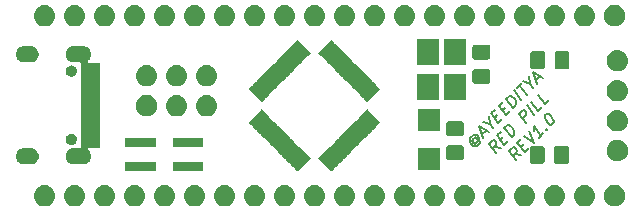
<source format=gbr>
G04 #@! TF.GenerationSoftware,KiCad,Pcbnew,(5.1.2-1)-1*
G04 #@! TF.CreationDate,2020-03-21T16:32:46+05:30*
G04 #@! TF.ProjectId,BluePill,426c7565-5069-46c6-9c2e-6b696361645f,rev?*
G04 #@! TF.SameCoordinates,Original*
G04 #@! TF.FileFunction,Soldermask,Top*
G04 #@! TF.FilePolarity,Negative*
%FSLAX46Y46*%
G04 Gerber Fmt 4.6, Leading zero omitted, Abs format (unit mm)*
G04 Created by KiCad (PCBNEW (5.1.2-1)-1) date 2020-03-21 16:32:46*
%MOMM*%
%LPD*%
G04 APERTURE LIST*
%ADD10C,0.190000*%
%ADD11C,0.100000*%
G04 APERTURE END LIST*
D10*
X51741069Y-25570837D02*
X51679197Y-25566713D01*
X51584327Y-25595586D01*
X51518331Y-25661583D01*
X51481207Y-25764703D01*
X51477083Y-25834824D01*
X51501831Y-25942069D01*
X51559578Y-26016315D01*
X51650324Y-26057563D01*
X51712196Y-26061687D01*
X51807066Y-26032814D01*
X51873062Y-25966817D01*
X51910186Y-25863698D01*
X51914310Y-25793576D01*
X51683322Y-25496591D02*
X51914310Y-25793576D01*
X51976182Y-25797701D01*
X52009181Y-25764703D01*
X52046304Y-25661583D01*
X52021555Y-25554338D01*
X51877187Y-25368723D01*
X51724570Y-25323350D01*
X51567828Y-25348099D01*
X51406961Y-25442969D01*
X51303842Y-25612085D01*
X51262594Y-25785327D01*
X51283218Y-25962692D01*
X51365713Y-26144183D01*
X51514206Y-26259677D01*
X51666823Y-26305050D01*
X51823565Y-26280301D01*
X51984432Y-26185431D01*
X52087552Y-26016315D01*
X52128799Y-25843074D01*
X52285541Y-25290352D02*
X52615525Y-24960369D01*
X52392786Y-25579087D02*
X52017430Y-24568514D01*
X52854762Y-25117111D01*
X52929009Y-24382898D02*
X53217744Y-24754129D01*
X52380412Y-24205532D02*
X52929009Y-24382898D01*
X52842388Y-23743556D01*
X53362112Y-23883799D02*
X53593100Y-23652810D01*
X54009703Y-23962170D02*
X53679720Y-24292153D01*
X53073376Y-23512567D01*
X53403359Y-23182584D01*
X53989080Y-23256831D02*
X54220068Y-23025842D01*
X54636671Y-23335202D02*
X54306688Y-23665185D01*
X53700344Y-22885599D01*
X54030327Y-22555616D01*
X54933656Y-23038217D02*
X54327312Y-22258631D01*
X54492304Y-22093640D01*
X54620172Y-22031768D01*
X54743916Y-22040018D01*
X54834661Y-22081266D01*
X54983154Y-22196760D01*
X55069774Y-22308129D01*
X55152270Y-22489620D01*
X55177019Y-22596864D01*
X55168769Y-22737107D01*
X55098648Y-22873225D01*
X54933656Y-23038217D01*
X55626621Y-22345252D02*
X55020277Y-21565667D01*
X55251265Y-21334679D02*
X55647245Y-20938699D01*
X56055599Y-21916274D02*
X55449255Y-21136689D01*
X56327835Y-20984071D02*
X56616570Y-21355303D01*
X55779238Y-20806706D02*
X56327835Y-20984071D01*
X56241215Y-20344729D01*
X56872307Y-20703586D02*
X57202291Y-20373603D01*
X56979552Y-20992321D02*
X56604196Y-19981748D01*
X57441528Y-20530345D01*
X53863568Y-26455899D02*
X53343844Y-26315656D01*
X53467588Y-26851879D02*
X52861244Y-26072294D01*
X53125230Y-25808307D01*
X53220101Y-25779434D01*
X53281972Y-25783559D01*
X53372718Y-25824806D01*
X53459338Y-25936176D01*
X53484087Y-26043420D01*
X53479962Y-26113542D01*
X53442839Y-26216661D01*
X53178853Y-26480648D01*
X53842944Y-25750560D02*
X54073932Y-25519572D01*
X54490536Y-25828931D02*
X54160553Y-26158914D01*
X53554209Y-25379329D01*
X53884192Y-25049346D01*
X54787521Y-25531946D02*
X54181177Y-24752361D01*
X54346168Y-24587370D01*
X54474037Y-24525498D01*
X54597780Y-24533747D01*
X54688526Y-24574995D01*
X54837018Y-24690489D01*
X54923639Y-24801859D01*
X55006135Y-24983349D01*
X55030883Y-25090594D01*
X55022634Y-25230837D01*
X54952512Y-25366955D01*
X54787521Y-25531946D01*
X56008458Y-24311009D02*
X55402114Y-23531423D01*
X55666101Y-23267437D01*
X55760971Y-23238563D01*
X55822843Y-23242688D01*
X55913588Y-23283936D01*
X56000209Y-23395305D01*
X56024958Y-23502550D01*
X56020833Y-23572671D01*
X55983710Y-23675791D01*
X55719723Y-23939778D01*
X56701423Y-23618044D02*
X56095079Y-22838459D01*
X57361389Y-22958078D02*
X57031406Y-23288061D01*
X56425062Y-22508476D01*
X57922361Y-22397106D02*
X57592378Y-22727089D01*
X56986034Y-21947504D01*
X55598336Y-27068725D02*
X55078613Y-26928482D01*
X55202356Y-27464705D02*
X54596012Y-26685119D01*
X54859999Y-26421133D01*
X54954869Y-26392259D01*
X55016741Y-26396384D01*
X55107486Y-26437632D01*
X55194107Y-26549001D01*
X55218856Y-26656246D01*
X55214731Y-26726367D01*
X55177608Y-26829487D01*
X54913621Y-27093474D01*
X55577712Y-26363386D02*
X55808700Y-26132398D01*
X56225304Y-26441757D02*
X55895321Y-26771740D01*
X55288977Y-25992155D01*
X55618960Y-25662172D01*
X55816950Y-25464182D02*
X56654282Y-26012779D01*
X56278926Y-25002205D01*
X57479240Y-25187821D02*
X57083260Y-25583801D01*
X57281250Y-25385811D02*
X56674906Y-24606225D01*
X56695530Y-24783591D01*
X56687281Y-24923834D01*
X56650158Y-25026954D01*
X57718478Y-24816590D02*
X57780350Y-24820715D01*
X57776225Y-24890836D01*
X57714353Y-24886711D01*
X57718478Y-24816590D01*
X57776225Y-24890836D01*
X57631857Y-23649274D02*
X57697854Y-23583278D01*
X57792724Y-23554404D01*
X57854596Y-23558529D01*
X57945341Y-23599777D01*
X58093834Y-23715271D01*
X58238202Y-23900886D01*
X58320697Y-24082377D01*
X58345446Y-24189622D01*
X58341321Y-24259743D01*
X58304198Y-24362863D01*
X58238202Y-24428860D01*
X58143331Y-24457733D01*
X58081460Y-24453608D01*
X57990714Y-24412360D01*
X57842222Y-24296866D01*
X57697854Y-24111251D01*
X57615358Y-23929760D01*
X57590610Y-23822515D01*
X57594734Y-23752394D01*
X57631857Y-23649274D01*
D11*
G36*
X63613512Y-29583927D02*
G01*
X63762812Y-29613624D01*
X63926784Y-29681544D01*
X64074354Y-29780147D01*
X64199853Y-29905646D01*
X64298456Y-30053216D01*
X64366376Y-30217188D01*
X64401000Y-30391259D01*
X64401000Y-30568741D01*
X64366376Y-30742812D01*
X64298456Y-30906784D01*
X64199853Y-31054354D01*
X64074354Y-31179853D01*
X63926784Y-31278456D01*
X63762812Y-31346376D01*
X63613512Y-31376073D01*
X63588742Y-31381000D01*
X63411258Y-31381000D01*
X63386488Y-31376073D01*
X63237188Y-31346376D01*
X63073216Y-31278456D01*
X62925646Y-31179853D01*
X62800147Y-31054354D01*
X62701544Y-30906784D01*
X62633624Y-30742812D01*
X62599000Y-30568741D01*
X62599000Y-30391259D01*
X62633624Y-30217188D01*
X62701544Y-30053216D01*
X62800147Y-29905646D01*
X62925646Y-29780147D01*
X63073216Y-29681544D01*
X63237188Y-29613624D01*
X63386488Y-29583927D01*
X63411258Y-29579000D01*
X63588742Y-29579000D01*
X63613512Y-29583927D01*
X63613512Y-29583927D01*
G37*
G36*
X61070443Y-29585519D02*
G01*
X61136627Y-29592037D01*
X61306466Y-29643557D01*
X61462991Y-29727222D01*
X61498729Y-29756552D01*
X61600186Y-29839814D01*
X61683448Y-29941271D01*
X61712778Y-29977009D01*
X61796443Y-30133534D01*
X61847963Y-30303373D01*
X61865359Y-30480000D01*
X61847963Y-30656627D01*
X61796443Y-30826466D01*
X61712778Y-30982991D01*
X61683448Y-31018729D01*
X61600186Y-31120186D01*
X61527480Y-31179853D01*
X61462991Y-31232778D01*
X61306466Y-31316443D01*
X61136627Y-31367963D01*
X61070443Y-31374481D01*
X61004260Y-31381000D01*
X60915740Y-31381000D01*
X60849557Y-31374481D01*
X60783373Y-31367963D01*
X60613534Y-31316443D01*
X60457009Y-31232778D01*
X60392520Y-31179853D01*
X60319814Y-31120186D01*
X60236552Y-31018729D01*
X60207222Y-30982991D01*
X60123557Y-30826466D01*
X60072037Y-30656627D01*
X60054641Y-30480000D01*
X60072037Y-30303373D01*
X60123557Y-30133534D01*
X60207222Y-29977009D01*
X60236552Y-29941271D01*
X60319814Y-29839814D01*
X60421271Y-29756552D01*
X60457009Y-29727222D01*
X60613534Y-29643557D01*
X60783373Y-29592037D01*
X60849557Y-29585519D01*
X60915740Y-29579000D01*
X61004260Y-29579000D01*
X61070443Y-29585519D01*
X61070443Y-29585519D01*
G37*
G36*
X58530443Y-29585519D02*
G01*
X58596627Y-29592037D01*
X58766466Y-29643557D01*
X58922991Y-29727222D01*
X58958729Y-29756552D01*
X59060186Y-29839814D01*
X59143448Y-29941271D01*
X59172778Y-29977009D01*
X59256443Y-30133534D01*
X59307963Y-30303373D01*
X59325359Y-30480000D01*
X59307963Y-30656627D01*
X59256443Y-30826466D01*
X59172778Y-30982991D01*
X59143448Y-31018729D01*
X59060186Y-31120186D01*
X58987480Y-31179853D01*
X58922991Y-31232778D01*
X58766466Y-31316443D01*
X58596627Y-31367963D01*
X58530443Y-31374481D01*
X58464260Y-31381000D01*
X58375740Y-31381000D01*
X58309557Y-31374481D01*
X58243373Y-31367963D01*
X58073534Y-31316443D01*
X57917009Y-31232778D01*
X57852520Y-31179853D01*
X57779814Y-31120186D01*
X57696552Y-31018729D01*
X57667222Y-30982991D01*
X57583557Y-30826466D01*
X57532037Y-30656627D01*
X57514641Y-30480000D01*
X57532037Y-30303373D01*
X57583557Y-30133534D01*
X57667222Y-29977009D01*
X57696552Y-29941271D01*
X57779814Y-29839814D01*
X57881271Y-29756552D01*
X57917009Y-29727222D01*
X58073534Y-29643557D01*
X58243373Y-29592037D01*
X58309557Y-29585519D01*
X58375740Y-29579000D01*
X58464260Y-29579000D01*
X58530443Y-29585519D01*
X58530443Y-29585519D01*
G37*
G36*
X55990443Y-29585519D02*
G01*
X56056627Y-29592037D01*
X56226466Y-29643557D01*
X56382991Y-29727222D01*
X56418729Y-29756552D01*
X56520186Y-29839814D01*
X56603448Y-29941271D01*
X56632778Y-29977009D01*
X56716443Y-30133534D01*
X56767963Y-30303373D01*
X56785359Y-30480000D01*
X56767963Y-30656627D01*
X56716443Y-30826466D01*
X56632778Y-30982991D01*
X56603448Y-31018729D01*
X56520186Y-31120186D01*
X56447480Y-31179853D01*
X56382991Y-31232778D01*
X56226466Y-31316443D01*
X56056627Y-31367963D01*
X55990443Y-31374481D01*
X55924260Y-31381000D01*
X55835740Y-31381000D01*
X55769557Y-31374481D01*
X55703373Y-31367963D01*
X55533534Y-31316443D01*
X55377009Y-31232778D01*
X55312520Y-31179853D01*
X55239814Y-31120186D01*
X55156552Y-31018729D01*
X55127222Y-30982991D01*
X55043557Y-30826466D01*
X54992037Y-30656627D01*
X54974641Y-30480000D01*
X54992037Y-30303373D01*
X55043557Y-30133534D01*
X55127222Y-29977009D01*
X55156552Y-29941271D01*
X55239814Y-29839814D01*
X55341271Y-29756552D01*
X55377009Y-29727222D01*
X55533534Y-29643557D01*
X55703373Y-29592037D01*
X55769557Y-29585519D01*
X55835740Y-29579000D01*
X55924260Y-29579000D01*
X55990443Y-29585519D01*
X55990443Y-29585519D01*
G37*
G36*
X53450443Y-29585519D02*
G01*
X53516627Y-29592037D01*
X53686466Y-29643557D01*
X53842991Y-29727222D01*
X53878729Y-29756552D01*
X53980186Y-29839814D01*
X54063448Y-29941271D01*
X54092778Y-29977009D01*
X54176443Y-30133534D01*
X54227963Y-30303373D01*
X54245359Y-30480000D01*
X54227963Y-30656627D01*
X54176443Y-30826466D01*
X54092778Y-30982991D01*
X54063448Y-31018729D01*
X53980186Y-31120186D01*
X53907480Y-31179853D01*
X53842991Y-31232778D01*
X53686466Y-31316443D01*
X53516627Y-31367963D01*
X53450443Y-31374481D01*
X53384260Y-31381000D01*
X53295740Y-31381000D01*
X53229557Y-31374481D01*
X53163373Y-31367963D01*
X52993534Y-31316443D01*
X52837009Y-31232778D01*
X52772520Y-31179853D01*
X52699814Y-31120186D01*
X52616552Y-31018729D01*
X52587222Y-30982991D01*
X52503557Y-30826466D01*
X52452037Y-30656627D01*
X52434641Y-30480000D01*
X52452037Y-30303373D01*
X52503557Y-30133534D01*
X52587222Y-29977009D01*
X52616552Y-29941271D01*
X52699814Y-29839814D01*
X52801271Y-29756552D01*
X52837009Y-29727222D01*
X52993534Y-29643557D01*
X53163373Y-29592037D01*
X53229557Y-29585519D01*
X53295740Y-29579000D01*
X53384260Y-29579000D01*
X53450443Y-29585519D01*
X53450443Y-29585519D01*
G37*
G36*
X50910443Y-29585519D02*
G01*
X50976627Y-29592037D01*
X51146466Y-29643557D01*
X51302991Y-29727222D01*
X51338729Y-29756552D01*
X51440186Y-29839814D01*
X51523448Y-29941271D01*
X51552778Y-29977009D01*
X51636443Y-30133534D01*
X51687963Y-30303373D01*
X51705359Y-30480000D01*
X51687963Y-30656627D01*
X51636443Y-30826466D01*
X51552778Y-30982991D01*
X51523448Y-31018729D01*
X51440186Y-31120186D01*
X51367480Y-31179853D01*
X51302991Y-31232778D01*
X51146466Y-31316443D01*
X50976627Y-31367963D01*
X50910443Y-31374481D01*
X50844260Y-31381000D01*
X50755740Y-31381000D01*
X50689557Y-31374481D01*
X50623373Y-31367963D01*
X50453534Y-31316443D01*
X50297009Y-31232778D01*
X50232520Y-31179853D01*
X50159814Y-31120186D01*
X50076552Y-31018729D01*
X50047222Y-30982991D01*
X49963557Y-30826466D01*
X49912037Y-30656627D01*
X49894641Y-30480000D01*
X49912037Y-30303373D01*
X49963557Y-30133534D01*
X50047222Y-29977009D01*
X50076552Y-29941271D01*
X50159814Y-29839814D01*
X50261271Y-29756552D01*
X50297009Y-29727222D01*
X50453534Y-29643557D01*
X50623373Y-29592037D01*
X50689557Y-29585519D01*
X50755740Y-29579000D01*
X50844260Y-29579000D01*
X50910443Y-29585519D01*
X50910443Y-29585519D01*
G37*
G36*
X48370443Y-29585519D02*
G01*
X48436627Y-29592037D01*
X48606466Y-29643557D01*
X48762991Y-29727222D01*
X48798729Y-29756552D01*
X48900186Y-29839814D01*
X48983448Y-29941271D01*
X49012778Y-29977009D01*
X49096443Y-30133534D01*
X49147963Y-30303373D01*
X49165359Y-30480000D01*
X49147963Y-30656627D01*
X49096443Y-30826466D01*
X49012778Y-30982991D01*
X48983448Y-31018729D01*
X48900186Y-31120186D01*
X48827480Y-31179853D01*
X48762991Y-31232778D01*
X48606466Y-31316443D01*
X48436627Y-31367963D01*
X48370443Y-31374481D01*
X48304260Y-31381000D01*
X48215740Y-31381000D01*
X48149557Y-31374481D01*
X48083373Y-31367963D01*
X47913534Y-31316443D01*
X47757009Y-31232778D01*
X47692520Y-31179853D01*
X47619814Y-31120186D01*
X47536552Y-31018729D01*
X47507222Y-30982991D01*
X47423557Y-30826466D01*
X47372037Y-30656627D01*
X47354641Y-30480000D01*
X47372037Y-30303373D01*
X47423557Y-30133534D01*
X47507222Y-29977009D01*
X47536552Y-29941271D01*
X47619814Y-29839814D01*
X47721271Y-29756552D01*
X47757009Y-29727222D01*
X47913534Y-29643557D01*
X48083373Y-29592037D01*
X48149557Y-29585519D01*
X48215740Y-29579000D01*
X48304260Y-29579000D01*
X48370443Y-29585519D01*
X48370443Y-29585519D01*
G37*
G36*
X45830443Y-29585519D02*
G01*
X45896627Y-29592037D01*
X46066466Y-29643557D01*
X46222991Y-29727222D01*
X46258729Y-29756552D01*
X46360186Y-29839814D01*
X46443448Y-29941271D01*
X46472778Y-29977009D01*
X46556443Y-30133534D01*
X46607963Y-30303373D01*
X46625359Y-30480000D01*
X46607963Y-30656627D01*
X46556443Y-30826466D01*
X46472778Y-30982991D01*
X46443448Y-31018729D01*
X46360186Y-31120186D01*
X46287480Y-31179853D01*
X46222991Y-31232778D01*
X46066466Y-31316443D01*
X45896627Y-31367963D01*
X45830443Y-31374481D01*
X45764260Y-31381000D01*
X45675740Y-31381000D01*
X45609557Y-31374481D01*
X45543373Y-31367963D01*
X45373534Y-31316443D01*
X45217009Y-31232778D01*
X45152520Y-31179853D01*
X45079814Y-31120186D01*
X44996552Y-31018729D01*
X44967222Y-30982991D01*
X44883557Y-30826466D01*
X44832037Y-30656627D01*
X44814641Y-30480000D01*
X44832037Y-30303373D01*
X44883557Y-30133534D01*
X44967222Y-29977009D01*
X44996552Y-29941271D01*
X45079814Y-29839814D01*
X45181271Y-29756552D01*
X45217009Y-29727222D01*
X45373534Y-29643557D01*
X45543373Y-29592037D01*
X45609557Y-29585519D01*
X45675740Y-29579000D01*
X45764260Y-29579000D01*
X45830443Y-29585519D01*
X45830443Y-29585519D01*
G37*
G36*
X43290443Y-29585519D02*
G01*
X43356627Y-29592037D01*
X43526466Y-29643557D01*
X43682991Y-29727222D01*
X43718729Y-29756552D01*
X43820186Y-29839814D01*
X43903448Y-29941271D01*
X43932778Y-29977009D01*
X44016443Y-30133534D01*
X44067963Y-30303373D01*
X44085359Y-30480000D01*
X44067963Y-30656627D01*
X44016443Y-30826466D01*
X43932778Y-30982991D01*
X43903448Y-31018729D01*
X43820186Y-31120186D01*
X43747480Y-31179853D01*
X43682991Y-31232778D01*
X43526466Y-31316443D01*
X43356627Y-31367963D01*
X43290443Y-31374481D01*
X43224260Y-31381000D01*
X43135740Y-31381000D01*
X43069557Y-31374481D01*
X43003373Y-31367963D01*
X42833534Y-31316443D01*
X42677009Y-31232778D01*
X42612520Y-31179853D01*
X42539814Y-31120186D01*
X42456552Y-31018729D01*
X42427222Y-30982991D01*
X42343557Y-30826466D01*
X42292037Y-30656627D01*
X42274641Y-30480000D01*
X42292037Y-30303373D01*
X42343557Y-30133534D01*
X42427222Y-29977009D01*
X42456552Y-29941271D01*
X42539814Y-29839814D01*
X42641271Y-29756552D01*
X42677009Y-29727222D01*
X42833534Y-29643557D01*
X43003373Y-29592037D01*
X43069557Y-29585519D01*
X43135740Y-29579000D01*
X43224260Y-29579000D01*
X43290443Y-29585519D01*
X43290443Y-29585519D01*
G37*
G36*
X40750443Y-29585519D02*
G01*
X40816627Y-29592037D01*
X40986466Y-29643557D01*
X41142991Y-29727222D01*
X41178729Y-29756552D01*
X41280186Y-29839814D01*
X41363448Y-29941271D01*
X41392778Y-29977009D01*
X41476443Y-30133534D01*
X41527963Y-30303373D01*
X41545359Y-30480000D01*
X41527963Y-30656627D01*
X41476443Y-30826466D01*
X41392778Y-30982991D01*
X41363448Y-31018729D01*
X41280186Y-31120186D01*
X41207480Y-31179853D01*
X41142991Y-31232778D01*
X40986466Y-31316443D01*
X40816627Y-31367963D01*
X40750443Y-31374481D01*
X40684260Y-31381000D01*
X40595740Y-31381000D01*
X40529557Y-31374481D01*
X40463373Y-31367963D01*
X40293534Y-31316443D01*
X40137009Y-31232778D01*
X40072520Y-31179853D01*
X39999814Y-31120186D01*
X39916552Y-31018729D01*
X39887222Y-30982991D01*
X39803557Y-30826466D01*
X39752037Y-30656627D01*
X39734641Y-30480000D01*
X39752037Y-30303373D01*
X39803557Y-30133534D01*
X39887222Y-29977009D01*
X39916552Y-29941271D01*
X39999814Y-29839814D01*
X40101271Y-29756552D01*
X40137009Y-29727222D01*
X40293534Y-29643557D01*
X40463373Y-29592037D01*
X40529557Y-29585519D01*
X40595740Y-29579000D01*
X40684260Y-29579000D01*
X40750443Y-29585519D01*
X40750443Y-29585519D01*
G37*
G36*
X38210443Y-29585519D02*
G01*
X38276627Y-29592037D01*
X38446466Y-29643557D01*
X38602991Y-29727222D01*
X38638729Y-29756552D01*
X38740186Y-29839814D01*
X38823448Y-29941271D01*
X38852778Y-29977009D01*
X38936443Y-30133534D01*
X38987963Y-30303373D01*
X39005359Y-30480000D01*
X38987963Y-30656627D01*
X38936443Y-30826466D01*
X38852778Y-30982991D01*
X38823448Y-31018729D01*
X38740186Y-31120186D01*
X38667480Y-31179853D01*
X38602991Y-31232778D01*
X38446466Y-31316443D01*
X38276627Y-31367963D01*
X38210443Y-31374481D01*
X38144260Y-31381000D01*
X38055740Y-31381000D01*
X37989557Y-31374481D01*
X37923373Y-31367963D01*
X37753534Y-31316443D01*
X37597009Y-31232778D01*
X37532520Y-31179853D01*
X37459814Y-31120186D01*
X37376552Y-31018729D01*
X37347222Y-30982991D01*
X37263557Y-30826466D01*
X37212037Y-30656627D01*
X37194641Y-30480000D01*
X37212037Y-30303373D01*
X37263557Y-30133534D01*
X37347222Y-29977009D01*
X37376552Y-29941271D01*
X37459814Y-29839814D01*
X37561271Y-29756552D01*
X37597009Y-29727222D01*
X37753534Y-29643557D01*
X37923373Y-29592037D01*
X37989557Y-29585519D01*
X38055740Y-29579000D01*
X38144260Y-29579000D01*
X38210443Y-29585519D01*
X38210443Y-29585519D01*
G37*
G36*
X35670443Y-29585519D02*
G01*
X35736627Y-29592037D01*
X35906466Y-29643557D01*
X36062991Y-29727222D01*
X36098729Y-29756552D01*
X36200186Y-29839814D01*
X36283448Y-29941271D01*
X36312778Y-29977009D01*
X36396443Y-30133534D01*
X36447963Y-30303373D01*
X36465359Y-30480000D01*
X36447963Y-30656627D01*
X36396443Y-30826466D01*
X36312778Y-30982991D01*
X36283448Y-31018729D01*
X36200186Y-31120186D01*
X36127480Y-31179853D01*
X36062991Y-31232778D01*
X35906466Y-31316443D01*
X35736627Y-31367963D01*
X35670443Y-31374481D01*
X35604260Y-31381000D01*
X35515740Y-31381000D01*
X35449557Y-31374481D01*
X35383373Y-31367963D01*
X35213534Y-31316443D01*
X35057009Y-31232778D01*
X34992520Y-31179853D01*
X34919814Y-31120186D01*
X34836552Y-31018729D01*
X34807222Y-30982991D01*
X34723557Y-30826466D01*
X34672037Y-30656627D01*
X34654641Y-30480000D01*
X34672037Y-30303373D01*
X34723557Y-30133534D01*
X34807222Y-29977009D01*
X34836552Y-29941271D01*
X34919814Y-29839814D01*
X35021271Y-29756552D01*
X35057009Y-29727222D01*
X35213534Y-29643557D01*
X35383373Y-29592037D01*
X35449557Y-29585519D01*
X35515740Y-29579000D01*
X35604260Y-29579000D01*
X35670443Y-29585519D01*
X35670443Y-29585519D01*
G37*
G36*
X33130443Y-29585519D02*
G01*
X33196627Y-29592037D01*
X33366466Y-29643557D01*
X33522991Y-29727222D01*
X33558729Y-29756552D01*
X33660186Y-29839814D01*
X33743448Y-29941271D01*
X33772778Y-29977009D01*
X33856443Y-30133534D01*
X33907963Y-30303373D01*
X33925359Y-30480000D01*
X33907963Y-30656627D01*
X33856443Y-30826466D01*
X33772778Y-30982991D01*
X33743448Y-31018729D01*
X33660186Y-31120186D01*
X33587480Y-31179853D01*
X33522991Y-31232778D01*
X33366466Y-31316443D01*
X33196627Y-31367963D01*
X33130443Y-31374481D01*
X33064260Y-31381000D01*
X32975740Y-31381000D01*
X32909557Y-31374481D01*
X32843373Y-31367963D01*
X32673534Y-31316443D01*
X32517009Y-31232778D01*
X32452520Y-31179853D01*
X32379814Y-31120186D01*
X32296552Y-31018729D01*
X32267222Y-30982991D01*
X32183557Y-30826466D01*
X32132037Y-30656627D01*
X32114641Y-30480000D01*
X32132037Y-30303373D01*
X32183557Y-30133534D01*
X32267222Y-29977009D01*
X32296552Y-29941271D01*
X32379814Y-29839814D01*
X32481271Y-29756552D01*
X32517009Y-29727222D01*
X32673534Y-29643557D01*
X32843373Y-29592037D01*
X32909557Y-29585519D01*
X32975740Y-29579000D01*
X33064260Y-29579000D01*
X33130443Y-29585519D01*
X33130443Y-29585519D01*
G37*
G36*
X30590443Y-29585519D02*
G01*
X30656627Y-29592037D01*
X30826466Y-29643557D01*
X30982991Y-29727222D01*
X31018729Y-29756552D01*
X31120186Y-29839814D01*
X31203448Y-29941271D01*
X31232778Y-29977009D01*
X31316443Y-30133534D01*
X31367963Y-30303373D01*
X31385359Y-30480000D01*
X31367963Y-30656627D01*
X31316443Y-30826466D01*
X31232778Y-30982991D01*
X31203448Y-31018729D01*
X31120186Y-31120186D01*
X31047480Y-31179853D01*
X30982991Y-31232778D01*
X30826466Y-31316443D01*
X30656627Y-31367963D01*
X30590443Y-31374481D01*
X30524260Y-31381000D01*
X30435740Y-31381000D01*
X30369557Y-31374481D01*
X30303373Y-31367963D01*
X30133534Y-31316443D01*
X29977009Y-31232778D01*
X29912520Y-31179853D01*
X29839814Y-31120186D01*
X29756552Y-31018729D01*
X29727222Y-30982991D01*
X29643557Y-30826466D01*
X29592037Y-30656627D01*
X29574641Y-30480000D01*
X29592037Y-30303373D01*
X29643557Y-30133534D01*
X29727222Y-29977009D01*
X29756552Y-29941271D01*
X29839814Y-29839814D01*
X29941271Y-29756552D01*
X29977009Y-29727222D01*
X30133534Y-29643557D01*
X30303373Y-29592037D01*
X30369557Y-29585519D01*
X30435740Y-29579000D01*
X30524260Y-29579000D01*
X30590443Y-29585519D01*
X30590443Y-29585519D01*
G37*
G36*
X28050443Y-29585519D02*
G01*
X28116627Y-29592037D01*
X28286466Y-29643557D01*
X28442991Y-29727222D01*
X28478729Y-29756552D01*
X28580186Y-29839814D01*
X28663448Y-29941271D01*
X28692778Y-29977009D01*
X28776443Y-30133534D01*
X28827963Y-30303373D01*
X28845359Y-30480000D01*
X28827963Y-30656627D01*
X28776443Y-30826466D01*
X28692778Y-30982991D01*
X28663448Y-31018729D01*
X28580186Y-31120186D01*
X28507480Y-31179853D01*
X28442991Y-31232778D01*
X28286466Y-31316443D01*
X28116627Y-31367963D01*
X28050443Y-31374481D01*
X27984260Y-31381000D01*
X27895740Y-31381000D01*
X27829557Y-31374481D01*
X27763373Y-31367963D01*
X27593534Y-31316443D01*
X27437009Y-31232778D01*
X27372520Y-31179853D01*
X27299814Y-31120186D01*
X27216552Y-31018729D01*
X27187222Y-30982991D01*
X27103557Y-30826466D01*
X27052037Y-30656627D01*
X27034641Y-30480000D01*
X27052037Y-30303373D01*
X27103557Y-30133534D01*
X27187222Y-29977009D01*
X27216552Y-29941271D01*
X27299814Y-29839814D01*
X27401271Y-29756552D01*
X27437009Y-29727222D01*
X27593534Y-29643557D01*
X27763373Y-29592037D01*
X27829557Y-29585519D01*
X27895740Y-29579000D01*
X27984260Y-29579000D01*
X28050443Y-29585519D01*
X28050443Y-29585519D01*
G37*
G36*
X25510443Y-29585519D02*
G01*
X25576627Y-29592037D01*
X25746466Y-29643557D01*
X25902991Y-29727222D01*
X25938729Y-29756552D01*
X26040186Y-29839814D01*
X26123448Y-29941271D01*
X26152778Y-29977009D01*
X26236443Y-30133534D01*
X26287963Y-30303373D01*
X26305359Y-30480000D01*
X26287963Y-30656627D01*
X26236443Y-30826466D01*
X26152778Y-30982991D01*
X26123448Y-31018729D01*
X26040186Y-31120186D01*
X25967480Y-31179853D01*
X25902991Y-31232778D01*
X25746466Y-31316443D01*
X25576627Y-31367963D01*
X25510443Y-31374481D01*
X25444260Y-31381000D01*
X25355740Y-31381000D01*
X25289557Y-31374481D01*
X25223373Y-31367963D01*
X25053534Y-31316443D01*
X24897009Y-31232778D01*
X24832520Y-31179853D01*
X24759814Y-31120186D01*
X24676552Y-31018729D01*
X24647222Y-30982991D01*
X24563557Y-30826466D01*
X24512037Y-30656627D01*
X24494641Y-30480000D01*
X24512037Y-30303373D01*
X24563557Y-30133534D01*
X24647222Y-29977009D01*
X24676552Y-29941271D01*
X24759814Y-29839814D01*
X24861271Y-29756552D01*
X24897009Y-29727222D01*
X25053534Y-29643557D01*
X25223373Y-29592037D01*
X25289557Y-29585519D01*
X25355740Y-29579000D01*
X25444260Y-29579000D01*
X25510443Y-29585519D01*
X25510443Y-29585519D01*
G37*
G36*
X22970443Y-29585519D02*
G01*
X23036627Y-29592037D01*
X23206466Y-29643557D01*
X23362991Y-29727222D01*
X23398729Y-29756552D01*
X23500186Y-29839814D01*
X23583448Y-29941271D01*
X23612778Y-29977009D01*
X23696443Y-30133534D01*
X23747963Y-30303373D01*
X23765359Y-30480000D01*
X23747963Y-30656627D01*
X23696443Y-30826466D01*
X23612778Y-30982991D01*
X23583448Y-31018729D01*
X23500186Y-31120186D01*
X23427480Y-31179853D01*
X23362991Y-31232778D01*
X23206466Y-31316443D01*
X23036627Y-31367963D01*
X22970443Y-31374481D01*
X22904260Y-31381000D01*
X22815740Y-31381000D01*
X22749557Y-31374481D01*
X22683373Y-31367963D01*
X22513534Y-31316443D01*
X22357009Y-31232778D01*
X22292520Y-31179853D01*
X22219814Y-31120186D01*
X22136552Y-31018729D01*
X22107222Y-30982991D01*
X22023557Y-30826466D01*
X21972037Y-30656627D01*
X21954641Y-30480000D01*
X21972037Y-30303373D01*
X22023557Y-30133534D01*
X22107222Y-29977009D01*
X22136552Y-29941271D01*
X22219814Y-29839814D01*
X22321271Y-29756552D01*
X22357009Y-29727222D01*
X22513534Y-29643557D01*
X22683373Y-29592037D01*
X22749557Y-29585519D01*
X22815740Y-29579000D01*
X22904260Y-29579000D01*
X22970443Y-29585519D01*
X22970443Y-29585519D01*
G37*
G36*
X20430443Y-29585519D02*
G01*
X20496627Y-29592037D01*
X20666466Y-29643557D01*
X20822991Y-29727222D01*
X20858729Y-29756552D01*
X20960186Y-29839814D01*
X21043448Y-29941271D01*
X21072778Y-29977009D01*
X21156443Y-30133534D01*
X21207963Y-30303373D01*
X21225359Y-30480000D01*
X21207963Y-30656627D01*
X21156443Y-30826466D01*
X21072778Y-30982991D01*
X21043448Y-31018729D01*
X20960186Y-31120186D01*
X20887480Y-31179853D01*
X20822991Y-31232778D01*
X20666466Y-31316443D01*
X20496627Y-31367963D01*
X20430443Y-31374481D01*
X20364260Y-31381000D01*
X20275740Y-31381000D01*
X20209557Y-31374481D01*
X20143373Y-31367963D01*
X19973534Y-31316443D01*
X19817009Y-31232778D01*
X19752520Y-31179853D01*
X19679814Y-31120186D01*
X19596552Y-31018729D01*
X19567222Y-30982991D01*
X19483557Y-30826466D01*
X19432037Y-30656627D01*
X19414641Y-30480000D01*
X19432037Y-30303373D01*
X19483557Y-30133534D01*
X19567222Y-29977009D01*
X19596552Y-29941271D01*
X19679814Y-29839814D01*
X19781271Y-29756552D01*
X19817009Y-29727222D01*
X19973534Y-29643557D01*
X20143373Y-29592037D01*
X20209557Y-29585519D01*
X20275740Y-29579000D01*
X20364260Y-29579000D01*
X20430443Y-29585519D01*
X20430443Y-29585519D01*
G37*
G36*
X17890443Y-29585519D02*
G01*
X17956627Y-29592037D01*
X18126466Y-29643557D01*
X18282991Y-29727222D01*
X18318729Y-29756552D01*
X18420186Y-29839814D01*
X18503448Y-29941271D01*
X18532778Y-29977009D01*
X18616443Y-30133534D01*
X18667963Y-30303373D01*
X18685359Y-30480000D01*
X18667963Y-30656627D01*
X18616443Y-30826466D01*
X18532778Y-30982991D01*
X18503448Y-31018729D01*
X18420186Y-31120186D01*
X18347480Y-31179853D01*
X18282991Y-31232778D01*
X18126466Y-31316443D01*
X17956627Y-31367963D01*
X17890443Y-31374481D01*
X17824260Y-31381000D01*
X17735740Y-31381000D01*
X17669557Y-31374481D01*
X17603373Y-31367963D01*
X17433534Y-31316443D01*
X17277009Y-31232778D01*
X17212520Y-31179853D01*
X17139814Y-31120186D01*
X17056552Y-31018729D01*
X17027222Y-30982991D01*
X16943557Y-30826466D01*
X16892037Y-30656627D01*
X16874641Y-30480000D01*
X16892037Y-30303373D01*
X16943557Y-30133534D01*
X17027222Y-29977009D01*
X17056552Y-29941271D01*
X17139814Y-29839814D01*
X17241271Y-29756552D01*
X17277009Y-29727222D01*
X17433534Y-29643557D01*
X17603373Y-29592037D01*
X17669557Y-29585519D01*
X17735740Y-29579000D01*
X17824260Y-29579000D01*
X17890443Y-29585519D01*
X17890443Y-29585519D01*
G37*
G36*
X15350443Y-29585519D02*
G01*
X15416627Y-29592037D01*
X15586466Y-29643557D01*
X15742991Y-29727222D01*
X15778729Y-29756552D01*
X15880186Y-29839814D01*
X15963448Y-29941271D01*
X15992778Y-29977009D01*
X16076443Y-30133534D01*
X16127963Y-30303373D01*
X16145359Y-30480000D01*
X16127963Y-30656627D01*
X16076443Y-30826466D01*
X15992778Y-30982991D01*
X15963448Y-31018729D01*
X15880186Y-31120186D01*
X15807480Y-31179853D01*
X15742991Y-31232778D01*
X15586466Y-31316443D01*
X15416627Y-31367963D01*
X15350443Y-31374481D01*
X15284260Y-31381000D01*
X15195740Y-31381000D01*
X15129557Y-31374481D01*
X15063373Y-31367963D01*
X14893534Y-31316443D01*
X14737009Y-31232778D01*
X14672520Y-31179853D01*
X14599814Y-31120186D01*
X14516552Y-31018729D01*
X14487222Y-30982991D01*
X14403557Y-30826466D01*
X14352037Y-30656627D01*
X14334641Y-30480000D01*
X14352037Y-30303373D01*
X14403557Y-30133534D01*
X14487222Y-29977009D01*
X14516552Y-29941271D01*
X14599814Y-29839814D01*
X14701271Y-29756552D01*
X14737009Y-29727222D01*
X14893534Y-29643557D01*
X15063373Y-29592037D01*
X15129557Y-29585519D01*
X15195740Y-29579000D01*
X15284260Y-29579000D01*
X15350443Y-29585519D01*
X15350443Y-29585519D01*
G37*
G36*
X42579746Y-23176169D02*
G01*
X42586761Y-23178297D01*
X42593227Y-23181754D01*
X42603661Y-23190316D01*
X43656348Y-24243003D01*
X43664910Y-24253437D01*
X43668367Y-24259903D01*
X43670495Y-24266918D01*
X43671213Y-24274213D01*
X43670495Y-24281508D01*
X43668367Y-24288523D01*
X43664910Y-24294989D01*
X43656348Y-24305423D01*
X43434511Y-24527260D01*
X43424077Y-24535822D01*
X43417610Y-24539279D01*
X43402674Y-24543810D01*
X43380035Y-24553187D01*
X43359661Y-24566801D01*
X43342334Y-24584128D01*
X43328720Y-24604503D01*
X43319344Y-24627140D01*
X43314813Y-24642076D01*
X43311356Y-24648543D01*
X43302794Y-24658977D01*
X43080957Y-24880814D01*
X43070523Y-24889376D01*
X43064057Y-24892833D01*
X43049120Y-24897364D01*
X43026481Y-24906742D01*
X43006107Y-24920356D01*
X42988780Y-24937683D01*
X42975167Y-24958058D01*
X42965791Y-24980693D01*
X42961260Y-24995630D01*
X42957803Y-25002096D01*
X42949241Y-25012530D01*
X42727404Y-25234367D01*
X42716970Y-25242929D01*
X42710503Y-25246386D01*
X42695567Y-25250917D01*
X42672928Y-25260294D01*
X42652554Y-25273908D01*
X42635227Y-25291235D01*
X42621613Y-25311610D01*
X42612237Y-25334247D01*
X42607706Y-25349183D01*
X42604249Y-25355650D01*
X42595687Y-25366084D01*
X42373850Y-25587921D01*
X42363416Y-25596483D01*
X42356950Y-25599940D01*
X42342013Y-25604471D01*
X42319374Y-25613849D01*
X42299000Y-25627463D01*
X42281673Y-25644790D01*
X42268060Y-25665165D01*
X42258684Y-25687800D01*
X42254153Y-25702737D01*
X42250696Y-25709203D01*
X42242134Y-25719637D01*
X42020297Y-25941474D01*
X42009863Y-25950036D01*
X42003397Y-25953493D01*
X41988460Y-25958024D01*
X41965821Y-25967402D01*
X41945447Y-25981016D01*
X41928120Y-25998343D01*
X41914507Y-26018718D01*
X41905131Y-26041353D01*
X41900600Y-26056290D01*
X41897143Y-26062756D01*
X41888581Y-26073190D01*
X41666744Y-26295027D01*
X41656310Y-26303589D01*
X41649843Y-26307046D01*
X41634907Y-26311577D01*
X41612268Y-26320954D01*
X41591894Y-26334568D01*
X41574567Y-26351895D01*
X41560953Y-26372270D01*
X41551577Y-26394907D01*
X41547046Y-26409843D01*
X41543589Y-26416310D01*
X41535027Y-26426744D01*
X41313190Y-26648581D01*
X41302756Y-26657143D01*
X41296290Y-26660600D01*
X41281353Y-26665131D01*
X41258714Y-26674509D01*
X41238340Y-26688123D01*
X41221013Y-26705450D01*
X41207400Y-26725825D01*
X41198024Y-26748460D01*
X41193493Y-26763397D01*
X41190036Y-26769863D01*
X41181474Y-26780297D01*
X40959637Y-27002134D01*
X40949203Y-27010696D01*
X40942737Y-27014153D01*
X40927800Y-27018684D01*
X40905161Y-27028062D01*
X40884787Y-27041676D01*
X40867460Y-27059003D01*
X40853847Y-27079378D01*
X40844471Y-27102013D01*
X40839940Y-27116950D01*
X40836483Y-27123416D01*
X40827921Y-27133850D01*
X40606084Y-27355687D01*
X40595650Y-27364249D01*
X40589183Y-27367706D01*
X40574247Y-27372237D01*
X40551608Y-27381614D01*
X40531234Y-27395228D01*
X40513907Y-27412555D01*
X40500293Y-27432930D01*
X40490917Y-27455567D01*
X40486386Y-27470503D01*
X40482929Y-27476970D01*
X40474367Y-27487404D01*
X40252530Y-27709241D01*
X40242096Y-27717803D01*
X40235630Y-27721260D01*
X40220693Y-27725791D01*
X40198054Y-27735169D01*
X40177680Y-27748783D01*
X40160353Y-27766110D01*
X40146740Y-27786485D01*
X40137364Y-27809120D01*
X40132833Y-27824057D01*
X40129376Y-27830523D01*
X40120814Y-27840957D01*
X39898977Y-28062794D01*
X39888543Y-28071356D01*
X39882076Y-28074813D01*
X39867140Y-28079344D01*
X39844501Y-28088721D01*
X39824127Y-28102335D01*
X39806800Y-28119662D01*
X39793186Y-28140037D01*
X39783810Y-28162674D01*
X39779279Y-28177610D01*
X39775822Y-28184077D01*
X39767260Y-28194511D01*
X39545423Y-28416348D01*
X39534989Y-28424910D01*
X39528523Y-28428367D01*
X39521508Y-28430495D01*
X39514213Y-28431213D01*
X39506918Y-28430495D01*
X39499903Y-28428367D01*
X39493437Y-28424910D01*
X39483003Y-28416348D01*
X38430316Y-27363661D01*
X38421754Y-27353227D01*
X38418297Y-27346761D01*
X38416169Y-27339746D01*
X38415451Y-27332451D01*
X38416169Y-27325156D01*
X38418297Y-27318141D01*
X38421754Y-27311675D01*
X38430316Y-27301241D01*
X38652153Y-27079404D01*
X38662587Y-27070842D01*
X38669054Y-27067385D01*
X38683990Y-27062854D01*
X38706629Y-27053477D01*
X38727003Y-27039863D01*
X38744330Y-27022536D01*
X38757944Y-27002161D01*
X38767320Y-26979524D01*
X38771851Y-26964588D01*
X38775308Y-26958121D01*
X38783870Y-26947687D01*
X39005707Y-26725850D01*
X39016141Y-26717288D01*
X39022607Y-26713831D01*
X39037544Y-26709300D01*
X39060183Y-26699922D01*
X39080557Y-26686308D01*
X39097884Y-26668981D01*
X39111497Y-26648606D01*
X39120873Y-26625971D01*
X39125404Y-26611034D01*
X39128861Y-26604568D01*
X39137423Y-26594134D01*
X39359260Y-26372297D01*
X39369694Y-26363735D01*
X39376161Y-26360278D01*
X39391097Y-26355747D01*
X39413736Y-26346370D01*
X39434110Y-26332756D01*
X39451437Y-26315429D01*
X39465051Y-26295054D01*
X39474427Y-26272417D01*
X39478958Y-26257481D01*
X39482415Y-26251014D01*
X39490977Y-26240580D01*
X39712814Y-26018743D01*
X39723248Y-26010181D01*
X39729714Y-26006724D01*
X39744651Y-26002193D01*
X39767290Y-25992815D01*
X39787664Y-25979201D01*
X39804991Y-25961874D01*
X39818604Y-25941499D01*
X39827980Y-25918864D01*
X39832511Y-25903927D01*
X39835968Y-25897461D01*
X39844530Y-25887027D01*
X40066367Y-25665190D01*
X40076801Y-25656628D01*
X40083267Y-25653171D01*
X40098204Y-25648640D01*
X40120843Y-25639262D01*
X40141217Y-25625648D01*
X40158544Y-25608321D01*
X40172157Y-25587946D01*
X40181533Y-25565311D01*
X40186064Y-25550374D01*
X40189521Y-25543908D01*
X40198083Y-25533474D01*
X40419920Y-25311637D01*
X40430354Y-25303075D01*
X40436821Y-25299618D01*
X40451757Y-25295087D01*
X40474396Y-25285710D01*
X40494770Y-25272096D01*
X40512097Y-25254769D01*
X40525711Y-25234394D01*
X40535087Y-25211757D01*
X40539618Y-25196821D01*
X40543075Y-25190354D01*
X40551637Y-25179920D01*
X40773474Y-24958083D01*
X40783908Y-24949521D01*
X40790374Y-24946064D01*
X40805311Y-24941533D01*
X40827950Y-24932155D01*
X40848324Y-24918541D01*
X40865651Y-24901214D01*
X40879264Y-24880839D01*
X40888640Y-24858204D01*
X40893171Y-24843267D01*
X40896628Y-24836801D01*
X40905190Y-24826367D01*
X41127027Y-24604530D01*
X41137461Y-24595968D01*
X41143927Y-24592511D01*
X41158864Y-24587980D01*
X41181503Y-24578602D01*
X41201877Y-24564988D01*
X41219204Y-24547661D01*
X41232817Y-24527286D01*
X41242193Y-24504651D01*
X41246724Y-24489714D01*
X41250181Y-24483248D01*
X41258743Y-24472814D01*
X41480580Y-24250977D01*
X41491014Y-24242415D01*
X41497481Y-24238958D01*
X41512417Y-24234427D01*
X41535056Y-24225050D01*
X41555430Y-24211436D01*
X41572757Y-24194109D01*
X41586371Y-24173734D01*
X41595747Y-24151097D01*
X41600278Y-24136161D01*
X41603735Y-24129694D01*
X41612297Y-24119260D01*
X41834134Y-23897423D01*
X41844568Y-23888861D01*
X41851034Y-23885404D01*
X41865971Y-23880873D01*
X41888610Y-23871495D01*
X41908984Y-23857881D01*
X41926311Y-23840554D01*
X41939924Y-23820179D01*
X41949300Y-23797544D01*
X41953831Y-23782607D01*
X41957288Y-23776141D01*
X41965850Y-23765707D01*
X42187687Y-23543870D01*
X42198121Y-23535308D01*
X42204588Y-23531851D01*
X42219524Y-23527320D01*
X42242163Y-23517943D01*
X42262537Y-23504329D01*
X42279864Y-23487002D01*
X42293478Y-23466627D01*
X42302854Y-23443990D01*
X42307385Y-23429054D01*
X42310842Y-23422587D01*
X42319404Y-23412153D01*
X42541241Y-23190316D01*
X42551675Y-23181754D01*
X42558141Y-23178297D01*
X42565156Y-23176169D01*
X42572451Y-23175451D01*
X42579746Y-23176169D01*
X42579746Y-23176169D01*
G37*
G36*
X33634844Y-23176169D02*
G01*
X33641859Y-23178297D01*
X33648325Y-23181754D01*
X33658759Y-23190316D01*
X33880596Y-23412153D01*
X33889158Y-23422587D01*
X33892615Y-23429054D01*
X33897146Y-23443990D01*
X33906523Y-23466629D01*
X33920137Y-23487003D01*
X33937464Y-23504330D01*
X33957839Y-23517944D01*
X33980476Y-23527320D01*
X33995412Y-23531851D01*
X34001879Y-23535308D01*
X34012313Y-23543870D01*
X34234150Y-23765707D01*
X34242712Y-23776141D01*
X34246169Y-23782607D01*
X34250700Y-23797544D01*
X34260078Y-23820183D01*
X34273692Y-23840557D01*
X34291019Y-23857884D01*
X34311394Y-23871497D01*
X34334029Y-23880873D01*
X34348966Y-23885404D01*
X34355432Y-23888861D01*
X34365866Y-23897423D01*
X34587703Y-24119260D01*
X34596265Y-24129694D01*
X34599722Y-24136161D01*
X34604253Y-24151097D01*
X34613630Y-24173736D01*
X34627244Y-24194110D01*
X34644571Y-24211437D01*
X34664946Y-24225051D01*
X34687583Y-24234427D01*
X34702519Y-24238958D01*
X34708986Y-24242415D01*
X34719420Y-24250977D01*
X34941257Y-24472814D01*
X34949819Y-24483248D01*
X34953276Y-24489714D01*
X34957807Y-24504651D01*
X34967185Y-24527290D01*
X34980799Y-24547664D01*
X34998126Y-24564991D01*
X35018501Y-24578604D01*
X35041136Y-24587980D01*
X35056073Y-24592511D01*
X35062539Y-24595968D01*
X35072973Y-24604530D01*
X35294810Y-24826367D01*
X35303372Y-24836801D01*
X35306829Y-24843267D01*
X35311360Y-24858204D01*
X35320738Y-24880843D01*
X35334352Y-24901217D01*
X35351679Y-24918544D01*
X35372054Y-24932157D01*
X35394689Y-24941533D01*
X35409626Y-24946064D01*
X35416092Y-24949521D01*
X35426526Y-24958083D01*
X35648363Y-25179920D01*
X35656925Y-25190354D01*
X35660382Y-25196821D01*
X35664913Y-25211757D01*
X35674290Y-25234396D01*
X35687904Y-25254770D01*
X35705231Y-25272097D01*
X35725606Y-25285711D01*
X35748243Y-25295087D01*
X35763179Y-25299618D01*
X35769646Y-25303075D01*
X35780080Y-25311637D01*
X36001917Y-25533474D01*
X36010479Y-25543908D01*
X36013936Y-25550374D01*
X36018467Y-25565311D01*
X36027845Y-25587950D01*
X36041459Y-25608324D01*
X36058786Y-25625651D01*
X36079161Y-25639264D01*
X36101796Y-25648640D01*
X36116733Y-25653171D01*
X36123199Y-25656628D01*
X36133633Y-25665190D01*
X36355470Y-25887027D01*
X36364032Y-25897461D01*
X36367489Y-25903927D01*
X36372020Y-25918864D01*
X36381398Y-25941503D01*
X36395012Y-25961877D01*
X36412339Y-25979204D01*
X36432714Y-25992817D01*
X36455349Y-26002193D01*
X36470286Y-26006724D01*
X36476752Y-26010181D01*
X36487186Y-26018743D01*
X36709023Y-26240580D01*
X36717585Y-26251014D01*
X36721042Y-26257481D01*
X36725573Y-26272417D01*
X36734950Y-26295056D01*
X36748564Y-26315430D01*
X36765891Y-26332757D01*
X36786266Y-26346371D01*
X36808903Y-26355747D01*
X36823839Y-26360278D01*
X36830306Y-26363735D01*
X36840740Y-26372297D01*
X37062577Y-26594134D01*
X37071139Y-26604568D01*
X37074596Y-26611034D01*
X37079127Y-26625971D01*
X37088505Y-26648610D01*
X37102119Y-26668984D01*
X37119446Y-26686311D01*
X37139821Y-26699924D01*
X37162456Y-26709300D01*
X37177393Y-26713831D01*
X37183859Y-26717288D01*
X37194293Y-26725850D01*
X37416130Y-26947687D01*
X37424692Y-26958121D01*
X37428149Y-26964588D01*
X37432680Y-26979524D01*
X37442057Y-27002163D01*
X37455671Y-27022537D01*
X37472998Y-27039864D01*
X37493373Y-27053478D01*
X37516010Y-27062854D01*
X37530946Y-27067385D01*
X37537413Y-27070842D01*
X37547847Y-27079404D01*
X37769684Y-27301241D01*
X37778246Y-27311675D01*
X37781703Y-27318141D01*
X37783831Y-27325156D01*
X37784549Y-27332451D01*
X37783831Y-27339746D01*
X37781703Y-27346761D01*
X37778246Y-27353227D01*
X37769684Y-27363661D01*
X36716997Y-28416348D01*
X36706563Y-28424910D01*
X36700097Y-28428367D01*
X36693082Y-28430495D01*
X36685787Y-28431213D01*
X36678492Y-28430495D01*
X36671477Y-28428367D01*
X36665011Y-28424910D01*
X36654577Y-28416348D01*
X36432740Y-28194511D01*
X36424178Y-28184077D01*
X36420721Y-28177610D01*
X36416190Y-28162674D01*
X36406813Y-28140035D01*
X36393199Y-28119661D01*
X36375872Y-28102334D01*
X36355497Y-28088720D01*
X36332860Y-28079344D01*
X36317924Y-28074813D01*
X36311457Y-28071356D01*
X36301023Y-28062794D01*
X36079186Y-27840957D01*
X36070624Y-27830523D01*
X36067167Y-27824057D01*
X36062636Y-27809120D01*
X36053258Y-27786481D01*
X36039644Y-27766107D01*
X36022317Y-27748780D01*
X36001942Y-27735167D01*
X35979307Y-27725791D01*
X35964370Y-27721260D01*
X35957904Y-27717803D01*
X35947470Y-27709241D01*
X35725633Y-27487404D01*
X35717071Y-27476970D01*
X35713614Y-27470503D01*
X35709083Y-27455567D01*
X35699706Y-27432928D01*
X35686092Y-27412554D01*
X35668765Y-27395227D01*
X35648390Y-27381613D01*
X35625753Y-27372237D01*
X35610817Y-27367706D01*
X35604350Y-27364249D01*
X35593916Y-27355687D01*
X35372079Y-27133850D01*
X35363517Y-27123416D01*
X35360060Y-27116950D01*
X35355529Y-27102013D01*
X35346151Y-27079374D01*
X35332537Y-27059000D01*
X35315210Y-27041673D01*
X35294835Y-27028060D01*
X35272200Y-27018684D01*
X35257263Y-27014153D01*
X35250797Y-27010696D01*
X35240363Y-27002134D01*
X35018526Y-26780297D01*
X35009964Y-26769863D01*
X35006507Y-26763397D01*
X35001976Y-26748460D01*
X34992598Y-26725821D01*
X34978984Y-26705447D01*
X34961657Y-26688120D01*
X34941282Y-26674507D01*
X34918647Y-26665131D01*
X34903710Y-26660600D01*
X34897244Y-26657143D01*
X34886810Y-26648581D01*
X34664973Y-26426744D01*
X34656411Y-26416310D01*
X34652954Y-26409843D01*
X34648423Y-26394907D01*
X34639046Y-26372268D01*
X34625432Y-26351894D01*
X34608105Y-26334567D01*
X34587730Y-26320953D01*
X34565093Y-26311577D01*
X34550157Y-26307046D01*
X34543690Y-26303589D01*
X34533256Y-26295027D01*
X34311419Y-26073190D01*
X34302857Y-26062756D01*
X34299400Y-26056290D01*
X34294869Y-26041353D01*
X34285491Y-26018714D01*
X34271877Y-25998340D01*
X34254550Y-25981013D01*
X34234175Y-25967400D01*
X34211540Y-25958024D01*
X34196603Y-25953493D01*
X34190137Y-25950036D01*
X34179703Y-25941474D01*
X33957866Y-25719637D01*
X33949304Y-25709203D01*
X33945847Y-25702737D01*
X33941316Y-25687800D01*
X33931938Y-25665161D01*
X33918324Y-25644787D01*
X33900997Y-25627460D01*
X33880622Y-25613847D01*
X33857987Y-25604471D01*
X33843050Y-25599940D01*
X33836584Y-25596483D01*
X33826150Y-25587921D01*
X33604313Y-25366084D01*
X33595751Y-25355650D01*
X33592294Y-25349183D01*
X33587763Y-25334247D01*
X33578386Y-25311608D01*
X33564772Y-25291234D01*
X33547445Y-25273907D01*
X33527070Y-25260293D01*
X33504433Y-25250917D01*
X33489497Y-25246386D01*
X33483030Y-25242929D01*
X33472596Y-25234367D01*
X33250759Y-25012530D01*
X33242197Y-25002096D01*
X33238740Y-24995630D01*
X33234209Y-24980693D01*
X33224831Y-24958054D01*
X33211217Y-24937680D01*
X33193890Y-24920353D01*
X33173515Y-24906740D01*
X33150880Y-24897364D01*
X33135943Y-24892833D01*
X33129477Y-24889376D01*
X33119043Y-24880814D01*
X32897206Y-24658977D01*
X32888644Y-24648543D01*
X32885187Y-24642076D01*
X32880656Y-24627140D01*
X32871279Y-24604501D01*
X32857665Y-24584127D01*
X32840338Y-24566800D01*
X32819963Y-24553186D01*
X32797326Y-24543810D01*
X32782390Y-24539279D01*
X32775923Y-24535822D01*
X32765489Y-24527260D01*
X32543652Y-24305423D01*
X32535090Y-24294989D01*
X32531633Y-24288523D01*
X32529505Y-24281508D01*
X32528787Y-24274213D01*
X32529505Y-24266918D01*
X32531633Y-24259903D01*
X32535090Y-24253437D01*
X32543652Y-24243003D01*
X33596339Y-23190316D01*
X33606773Y-23181754D01*
X33613239Y-23178297D01*
X33620254Y-23176169D01*
X33627549Y-23175451D01*
X33634844Y-23176169D01*
X33634844Y-23176169D01*
G37*
G36*
X28701000Y-28376000D02*
G01*
X26099000Y-28376000D01*
X26099000Y-27624000D01*
X28701000Y-27624000D01*
X28701000Y-28376000D01*
X28701000Y-28376000D01*
G37*
G36*
X24701000Y-28376000D02*
G01*
X22099000Y-28376000D01*
X22099000Y-27624000D01*
X24701000Y-27624000D01*
X24701000Y-28376000D01*
X24701000Y-28376000D01*
G37*
G36*
X48751000Y-28276000D02*
G01*
X46849000Y-28276000D01*
X46849000Y-26424000D01*
X48751000Y-26424000D01*
X48751000Y-28276000D01*
X48751000Y-28276000D01*
G37*
G36*
X18592085Y-17812617D02*
G01*
X18625679Y-17815926D01*
X18701594Y-17838954D01*
X18754995Y-17855153D01*
X18874164Y-17918851D01*
X18978623Y-18004577D01*
X19064349Y-18109036D01*
X19128047Y-18228205D01*
X19144246Y-18281606D01*
X19167274Y-18357521D01*
X19180519Y-18492000D01*
X19167274Y-18626479D01*
X19150997Y-18680136D01*
X19128047Y-18755795D01*
X19064349Y-18874964D01*
X18978622Y-18979423D01*
X18929924Y-19019389D01*
X18912597Y-19036716D01*
X18898984Y-19057090D01*
X18889606Y-19079729D01*
X18884826Y-19103762D01*
X18884826Y-19128266D01*
X18889606Y-19152300D01*
X18898984Y-19174938D01*
X18912598Y-19195313D01*
X18929925Y-19212640D01*
X18950299Y-19226253D01*
X18972938Y-19235631D01*
X19009223Y-19241013D01*
X19939200Y-19241013D01*
X19939200Y-26422987D01*
X19062837Y-26422987D01*
X19038451Y-26425389D01*
X19015002Y-26432502D01*
X18993391Y-26444053D01*
X18974449Y-26459598D01*
X18958904Y-26478540D01*
X18947353Y-26500151D01*
X18940240Y-26523600D01*
X18937838Y-26547986D01*
X18940240Y-26572372D01*
X18947353Y-26595821D01*
X18958904Y-26617432D01*
X18971067Y-26630851D01*
X18970812Y-26631060D01*
X19064349Y-26745036D01*
X19128047Y-26864205D01*
X19128048Y-26864209D01*
X19167274Y-26993521D01*
X19180519Y-27128000D01*
X19167274Y-27262479D01*
X19157715Y-27293991D01*
X19128047Y-27391795D01*
X19064349Y-27510964D01*
X18978623Y-27615423D01*
X18874164Y-27701149D01*
X18754995Y-27764847D01*
X18701594Y-27781046D01*
X18625679Y-27804074D01*
X18592085Y-27807383D01*
X18524900Y-27814000D01*
X17695500Y-27814000D01*
X17628315Y-27807383D01*
X17594721Y-27804074D01*
X17518806Y-27781046D01*
X17465405Y-27764847D01*
X17346236Y-27701149D01*
X17241777Y-27615423D01*
X17156051Y-27510964D01*
X17092353Y-27391795D01*
X17062685Y-27293991D01*
X17053126Y-27262479D01*
X17039881Y-27128000D01*
X17053126Y-26993521D01*
X17092352Y-26864209D01*
X17092353Y-26864205D01*
X17156051Y-26745036D01*
X17241777Y-26640577D01*
X17346236Y-26554851D01*
X17465405Y-26491153D01*
X17518806Y-26474955D01*
X17594721Y-26451926D01*
X17628315Y-26448617D01*
X17695500Y-26442000D01*
X18188201Y-26442000D01*
X18212587Y-26439598D01*
X18236036Y-26432485D01*
X18257647Y-26420934D01*
X18276589Y-26405389D01*
X18292134Y-26386447D01*
X18303685Y-26364836D01*
X18310798Y-26341387D01*
X18313200Y-26317001D01*
X18313200Y-19302999D01*
X18310798Y-19278613D01*
X18303685Y-19255164D01*
X18292134Y-19233553D01*
X18276589Y-19214611D01*
X18257647Y-19199066D01*
X18236036Y-19187515D01*
X18212587Y-19180402D01*
X18188201Y-19178000D01*
X17695500Y-19178000D01*
X17628315Y-19171383D01*
X17594721Y-19168074D01*
X17518806Y-19145046D01*
X17465405Y-19128847D01*
X17346236Y-19065149D01*
X17241777Y-18979423D01*
X17156051Y-18874964D01*
X17092353Y-18755795D01*
X17069403Y-18680136D01*
X17053126Y-18626479D01*
X17039881Y-18492000D01*
X17053126Y-18357521D01*
X17076154Y-18281606D01*
X17092353Y-18228205D01*
X17156051Y-18109036D01*
X17241777Y-18004577D01*
X17346236Y-17918851D01*
X17465405Y-17855153D01*
X17518806Y-17838954D01*
X17594721Y-17815926D01*
X17628315Y-17812617D01*
X17695500Y-17806000D01*
X18524900Y-17806000D01*
X18592085Y-17812617D01*
X18592085Y-17812617D01*
G37*
G36*
X14172485Y-26448617D02*
G01*
X14206079Y-26451926D01*
X14281994Y-26474955D01*
X14335395Y-26491153D01*
X14454564Y-26554851D01*
X14559023Y-26640577D01*
X14644749Y-26745036D01*
X14708447Y-26864205D01*
X14708448Y-26864209D01*
X14747674Y-26993521D01*
X14760919Y-27128000D01*
X14747674Y-27262479D01*
X14738115Y-27293991D01*
X14708447Y-27391795D01*
X14644749Y-27510964D01*
X14559023Y-27615423D01*
X14454564Y-27701149D01*
X14335395Y-27764847D01*
X14281994Y-27781046D01*
X14206079Y-27804074D01*
X14172485Y-27807383D01*
X14105300Y-27814000D01*
X13479100Y-27814000D01*
X13411915Y-27807383D01*
X13378321Y-27804074D01*
X13302406Y-27781046D01*
X13249005Y-27764847D01*
X13129836Y-27701149D01*
X13025377Y-27615423D01*
X12939651Y-27510964D01*
X12875953Y-27391795D01*
X12846285Y-27293991D01*
X12836726Y-27262479D01*
X12823481Y-27128000D01*
X12836726Y-26993521D01*
X12875952Y-26864209D01*
X12875953Y-26864205D01*
X12939651Y-26745036D01*
X13025377Y-26640577D01*
X13129836Y-26554851D01*
X13249005Y-26491153D01*
X13302406Y-26474955D01*
X13378321Y-26451926D01*
X13411915Y-26448617D01*
X13479100Y-26442000D01*
X14105300Y-26442000D01*
X14172485Y-26448617D01*
X14172485Y-26448617D01*
G37*
G36*
X59463674Y-26278465D02*
G01*
X59501367Y-26289899D01*
X59536103Y-26308466D01*
X59566548Y-26333452D01*
X59591534Y-26363897D01*
X59610101Y-26398633D01*
X59621535Y-26436326D01*
X59626000Y-26481661D01*
X59626000Y-27568339D01*
X59621535Y-27613674D01*
X59610101Y-27651367D01*
X59591534Y-27686103D01*
X59566548Y-27716548D01*
X59536103Y-27741534D01*
X59501367Y-27760101D01*
X59463674Y-27771535D01*
X59418339Y-27776000D01*
X58581661Y-27776000D01*
X58536326Y-27771535D01*
X58498633Y-27760101D01*
X58463897Y-27741534D01*
X58433452Y-27716548D01*
X58408466Y-27686103D01*
X58389899Y-27651367D01*
X58378465Y-27613674D01*
X58374000Y-27568339D01*
X58374000Y-26481661D01*
X58378465Y-26436326D01*
X58389899Y-26398633D01*
X58408466Y-26363897D01*
X58433452Y-26333452D01*
X58463897Y-26308466D01*
X58498633Y-26289899D01*
X58536326Y-26278465D01*
X58581661Y-26274000D01*
X59418339Y-26274000D01*
X59463674Y-26278465D01*
X59463674Y-26278465D01*
G37*
G36*
X57413674Y-26278465D02*
G01*
X57451367Y-26289899D01*
X57486103Y-26308466D01*
X57516548Y-26333452D01*
X57541534Y-26363897D01*
X57560101Y-26398633D01*
X57571535Y-26436326D01*
X57576000Y-26481661D01*
X57576000Y-27568339D01*
X57571535Y-27613674D01*
X57560101Y-27651367D01*
X57541534Y-27686103D01*
X57516548Y-27716548D01*
X57486103Y-27741534D01*
X57451367Y-27760101D01*
X57413674Y-27771535D01*
X57368339Y-27776000D01*
X56531661Y-27776000D01*
X56486326Y-27771535D01*
X56448633Y-27760101D01*
X56413897Y-27741534D01*
X56383452Y-27716548D01*
X56358466Y-27686103D01*
X56339899Y-27651367D01*
X56328465Y-27613674D01*
X56324000Y-27568339D01*
X56324000Y-26481661D01*
X56328465Y-26436326D01*
X56339899Y-26398633D01*
X56358466Y-26363897D01*
X56383452Y-26333452D01*
X56413897Y-26308466D01*
X56448633Y-26289899D01*
X56486326Y-26278465D01*
X56531661Y-26274000D01*
X57368339Y-26274000D01*
X57413674Y-26278465D01*
X57413674Y-26278465D01*
G37*
G36*
X63851637Y-25773927D02*
G01*
X64000937Y-25803624D01*
X64164909Y-25871544D01*
X64312479Y-25970147D01*
X64437978Y-26095646D01*
X64536581Y-26243216D01*
X64604501Y-26407188D01*
X64639125Y-26581259D01*
X64639125Y-26758741D01*
X64604501Y-26932812D01*
X64536581Y-27096784D01*
X64437978Y-27244354D01*
X64312479Y-27369853D01*
X64164909Y-27468456D01*
X64000937Y-27536376D01*
X63851637Y-27566073D01*
X63826867Y-27571000D01*
X63649383Y-27571000D01*
X63624613Y-27566073D01*
X63475313Y-27536376D01*
X63311341Y-27468456D01*
X63163771Y-27369853D01*
X63038272Y-27244354D01*
X62939669Y-27096784D01*
X62871749Y-26932812D01*
X62837125Y-26758741D01*
X62837125Y-26581259D01*
X62871749Y-26407188D01*
X62939669Y-26243216D01*
X63038272Y-26095646D01*
X63163771Y-25970147D01*
X63311341Y-25871544D01*
X63475313Y-25803624D01*
X63624613Y-25773927D01*
X63649383Y-25769000D01*
X63826867Y-25769000D01*
X63851637Y-25773927D01*
X63851637Y-25773927D01*
G37*
G36*
X50588674Y-26228465D02*
G01*
X50626367Y-26239899D01*
X50661103Y-26258466D01*
X50691548Y-26283452D01*
X50716534Y-26313897D01*
X50735101Y-26348633D01*
X50746535Y-26386326D01*
X50751000Y-26431661D01*
X50751000Y-27268339D01*
X50746535Y-27313674D01*
X50735101Y-27351367D01*
X50716534Y-27386103D01*
X50691548Y-27416548D01*
X50661103Y-27441534D01*
X50626367Y-27460101D01*
X50588674Y-27471535D01*
X50543339Y-27476000D01*
X49456661Y-27476000D01*
X49411326Y-27471535D01*
X49373633Y-27460101D01*
X49338897Y-27441534D01*
X49308452Y-27416548D01*
X49283466Y-27386103D01*
X49264899Y-27351367D01*
X49253465Y-27313674D01*
X49249000Y-27268339D01*
X49249000Y-26431661D01*
X49253465Y-26386326D01*
X49264899Y-26348633D01*
X49283466Y-26313897D01*
X49308452Y-26283452D01*
X49338897Y-26258466D01*
X49373633Y-26239899D01*
X49411326Y-26228465D01*
X49456661Y-26224000D01*
X50543339Y-26224000D01*
X50588674Y-26228465D01*
X50588674Y-26228465D01*
G37*
G36*
X28701000Y-26376000D02*
G01*
X26099000Y-26376000D01*
X26099000Y-25624000D01*
X28701000Y-25624000D01*
X28701000Y-26376000D01*
X28701000Y-26376000D01*
G37*
G36*
X24651000Y-26326000D02*
G01*
X22049000Y-26326000D01*
X22049000Y-25574000D01*
X24651000Y-25574000D01*
X24651000Y-26326000D01*
X24651000Y-26326000D01*
G37*
G36*
X17641043Y-25234292D02*
G01*
X17661894Y-25242929D01*
X17727670Y-25270174D01*
X17805632Y-25322267D01*
X17871933Y-25388568D01*
X17924026Y-25466530D01*
X17924026Y-25466531D01*
X17959908Y-25553157D01*
X17978200Y-25645117D01*
X17978200Y-25738883D01*
X17959908Y-25830843D01*
X17943049Y-25871544D01*
X17924026Y-25917470D01*
X17871933Y-25995432D01*
X17805632Y-26061733D01*
X17727670Y-26113826D01*
X17706760Y-26122487D01*
X17641043Y-26149708D01*
X17549083Y-26168000D01*
X17455317Y-26168000D01*
X17363357Y-26149708D01*
X17297640Y-26122487D01*
X17276730Y-26113826D01*
X17198768Y-26061733D01*
X17132467Y-25995432D01*
X17080374Y-25917470D01*
X17061351Y-25871544D01*
X17044492Y-25830843D01*
X17026200Y-25738883D01*
X17026200Y-25645117D01*
X17044492Y-25553157D01*
X17080374Y-25466531D01*
X17080374Y-25466530D01*
X17132467Y-25388568D01*
X17198768Y-25322267D01*
X17276730Y-25270174D01*
X17342506Y-25242929D01*
X17363357Y-25234292D01*
X17455317Y-25216000D01*
X17549083Y-25216000D01*
X17641043Y-25234292D01*
X17641043Y-25234292D01*
G37*
G36*
X50588674Y-24178465D02*
G01*
X50626367Y-24189899D01*
X50661103Y-24208466D01*
X50691548Y-24233452D01*
X50716534Y-24263897D01*
X50735101Y-24298633D01*
X50746535Y-24336326D01*
X50751000Y-24381661D01*
X50751000Y-25218339D01*
X50746535Y-25263674D01*
X50735101Y-25301367D01*
X50716534Y-25336103D01*
X50691548Y-25366548D01*
X50661103Y-25391534D01*
X50626367Y-25410101D01*
X50588674Y-25421535D01*
X50543339Y-25426000D01*
X49456661Y-25426000D01*
X49411326Y-25421535D01*
X49373633Y-25410101D01*
X49338897Y-25391534D01*
X49308452Y-25366548D01*
X49283466Y-25336103D01*
X49264899Y-25301367D01*
X49253465Y-25263674D01*
X49249000Y-25218339D01*
X49249000Y-24381661D01*
X49253465Y-24336326D01*
X49264899Y-24298633D01*
X49283466Y-24263897D01*
X49308452Y-24233452D01*
X49338897Y-24208466D01*
X49373633Y-24189899D01*
X49411326Y-24178465D01*
X49456661Y-24174000D01*
X50543339Y-24174000D01*
X50588674Y-24178465D01*
X50588674Y-24178465D01*
G37*
G36*
X63848567Y-23235518D02*
G01*
X63914752Y-23242037D01*
X64084591Y-23293557D01*
X64241116Y-23377222D01*
X64274845Y-23404903D01*
X64378311Y-23489814D01*
X64445122Y-23571225D01*
X64490903Y-23627009D01*
X64574568Y-23783534D01*
X64626088Y-23953373D01*
X64643484Y-24130000D01*
X64626088Y-24306627D01*
X64574568Y-24476466D01*
X64574567Y-24476468D01*
X64539280Y-24542484D01*
X64490903Y-24632991D01*
X64469577Y-24658977D01*
X64378311Y-24770186D01*
X64292071Y-24840960D01*
X64241116Y-24882778D01*
X64084591Y-24966443D01*
X63914752Y-25017963D01*
X63848568Y-25024481D01*
X63782385Y-25031000D01*
X63693865Y-25031000D01*
X63627682Y-25024481D01*
X63561498Y-25017963D01*
X63391659Y-24966443D01*
X63235134Y-24882778D01*
X63184179Y-24840960D01*
X63097939Y-24770186D01*
X63006673Y-24658977D01*
X62985347Y-24632991D01*
X62936970Y-24542484D01*
X62901683Y-24476468D01*
X62901682Y-24476466D01*
X62850162Y-24306627D01*
X62832766Y-24130000D01*
X62850162Y-23953373D01*
X62901682Y-23783534D01*
X62985347Y-23627009D01*
X63031128Y-23571225D01*
X63097939Y-23489814D01*
X63201405Y-23404903D01*
X63235134Y-23377222D01*
X63391659Y-23293557D01*
X63561498Y-23242037D01*
X63627683Y-23235518D01*
X63693865Y-23229000D01*
X63782385Y-23229000D01*
X63848567Y-23235518D01*
X63848567Y-23235518D01*
G37*
G36*
X48751000Y-25026000D02*
G01*
X46849000Y-25026000D01*
X46849000Y-23174000D01*
X48751000Y-23174000D01*
X48751000Y-25026000D01*
X48751000Y-25026000D01*
G37*
G36*
X23977526Y-21961543D02*
G01*
X24138812Y-21993624D01*
X24302784Y-22061544D01*
X24450354Y-22160147D01*
X24575853Y-22285646D01*
X24674456Y-22433216D01*
X24742376Y-22597188D01*
X24777000Y-22771259D01*
X24777000Y-22948741D01*
X24742376Y-23122812D01*
X24674456Y-23286784D01*
X24575853Y-23434354D01*
X24450354Y-23559853D01*
X24302784Y-23658456D01*
X24138812Y-23726376D01*
X23989512Y-23756073D01*
X23964742Y-23761000D01*
X23787258Y-23761000D01*
X23762488Y-23756073D01*
X23613188Y-23726376D01*
X23449216Y-23658456D01*
X23301646Y-23559853D01*
X23176147Y-23434354D01*
X23077544Y-23286784D01*
X23009624Y-23122812D01*
X22975000Y-22948741D01*
X22975000Y-22771259D01*
X23009624Y-22597188D01*
X23077544Y-22433216D01*
X23176147Y-22285646D01*
X23301646Y-22160147D01*
X23449216Y-22061544D01*
X23613188Y-21993624D01*
X23774474Y-21961543D01*
X23787258Y-21959000D01*
X23964742Y-21959000D01*
X23977526Y-21961543D01*
X23977526Y-21961543D01*
G37*
G36*
X26526443Y-21965519D02*
G01*
X26592627Y-21972037D01*
X26762466Y-22023557D01*
X26918991Y-22107222D01*
X26954393Y-22136276D01*
X27056186Y-22219814D01*
X27139448Y-22321271D01*
X27168778Y-22357009D01*
X27252443Y-22513534D01*
X27303963Y-22683373D01*
X27321359Y-22860000D01*
X27303963Y-23036627D01*
X27252443Y-23206466D01*
X27168778Y-23362991D01*
X27148641Y-23387528D01*
X27056186Y-23500186D01*
X26969623Y-23571225D01*
X26918991Y-23612778D01*
X26762466Y-23696443D01*
X26592627Y-23747963D01*
X26526442Y-23754482D01*
X26460260Y-23761000D01*
X26371740Y-23761000D01*
X26305558Y-23754482D01*
X26239373Y-23747963D01*
X26069534Y-23696443D01*
X25913009Y-23612778D01*
X25862377Y-23571225D01*
X25775814Y-23500186D01*
X25683359Y-23387528D01*
X25663222Y-23362991D01*
X25579557Y-23206466D01*
X25528037Y-23036627D01*
X25510641Y-22860000D01*
X25528037Y-22683373D01*
X25579557Y-22513534D01*
X25663222Y-22357009D01*
X25692552Y-22321271D01*
X25775814Y-22219814D01*
X25877607Y-22136276D01*
X25913009Y-22107222D01*
X26069534Y-22023557D01*
X26239373Y-21972037D01*
X26305557Y-21965519D01*
X26371740Y-21959000D01*
X26460260Y-21959000D01*
X26526443Y-21965519D01*
X26526443Y-21965519D01*
G37*
G36*
X29066443Y-21965519D02*
G01*
X29132627Y-21972037D01*
X29302466Y-22023557D01*
X29458991Y-22107222D01*
X29494393Y-22136276D01*
X29596186Y-22219814D01*
X29679448Y-22321271D01*
X29708778Y-22357009D01*
X29792443Y-22513534D01*
X29843963Y-22683373D01*
X29861359Y-22860000D01*
X29843963Y-23036627D01*
X29792443Y-23206466D01*
X29708778Y-23362991D01*
X29688641Y-23387528D01*
X29596186Y-23500186D01*
X29509623Y-23571225D01*
X29458991Y-23612778D01*
X29302466Y-23696443D01*
X29132627Y-23747963D01*
X29066442Y-23754482D01*
X29000260Y-23761000D01*
X28911740Y-23761000D01*
X28845558Y-23754482D01*
X28779373Y-23747963D01*
X28609534Y-23696443D01*
X28453009Y-23612778D01*
X28402377Y-23571225D01*
X28315814Y-23500186D01*
X28223359Y-23387528D01*
X28203222Y-23362991D01*
X28119557Y-23206466D01*
X28068037Y-23036627D01*
X28050641Y-22860000D01*
X28068037Y-22683373D01*
X28119557Y-22513534D01*
X28203222Y-22357009D01*
X28232552Y-22321271D01*
X28315814Y-22219814D01*
X28417607Y-22136276D01*
X28453009Y-22107222D01*
X28609534Y-22023557D01*
X28779373Y-21972037D01*
X28845557Y-21965519D01*
X28911740Y-21959000D01*
X29000260Y-21959000D01*
X29066443Y-21965519D01*
X29066443Y-21965519D01*
G37*
G36*
X36693082Y-17289505D02*
G01*
X36700097Y-17291633D01*
X36706563Y-17295090D01*
X36716997Y-17303652D01*
X37769684Y-18356339D01*
X37778246Y-18366773D01*
X37781703Y-18373239D01*
X37783831Y-18380254D01*
X37784549Y-18387549D01*
X37783831Y-18394844D01*
X37781703Y-18401859D01*
X37778246Y-18408325D01*
X37769684Y-18418759D01*
X37547847Y-18640596D01*
X37537413Y-18649158D01*
X37530946Y-18652615D01*
X37516010Y-18657146D01*
X37493371Y-18666523D01*
X37472997Y-18680137D01*
X37455670Y-18697464D01*
X37442056Y-18717839D01*
X37432680Y-18740476D01*
X37428149Y-18755412D01*
X37424692Y-18761879D01*
X37416130Y-18772313D01*
X37194293Y-18994150D01*
X37183859Y-19002712D01*
X37177393Y-19006169D01*
X37162456Y-19010700D01*
X37139817Y-19020078D01*
X37119443Y-19033692D01*
X37102116Y-19051019D01*
X37088503Y-19071394D01*
X37079127Y-19094029D01*
X37074596Y-19108966D01*
X37071139Y-19115432D01*
X37062577Y-19125866D01*
X36840740Y-19347703D01*
X36830306Y-19356265D01*
X36823839Y-19359722D01*
X36808903Y-19364253D01*
X36786264Y-19373630D01*
X36765890Y-19387244D01*
X36748563Y-19404571D01*
X36734949Y-19424946D01*
X36725573Y-19447583D01*
X36721042Y-19462519D01*
X36717585Y-19468986D01*
X36709023Y-19479420D01*
X36487186Y-19701257D01*
X36476752Y-19709819D01*
X36470286Y-19713276D01*
X36455349Y-19717807D01*
X36432710Y-19727185D01*
X36412336Y-19740799D01*
X36395009Y-19758126D01*
X36381396Y-19778501D01*
X36372020Y-19801136D01*
X36367489Y-19816073D01*
X36364032Y-19822539D01*
X36355470Y-19832973D01*
X36133633Y-20054810D01*
X36123199Y-20063372D01*
X36116733Y-20066829D01*
X36101796Y-20071360D01*
X36079157Y-20080738D01*
X36058783Y-20094352D01*
X36041456Y-20111679D01*
X36027843Y-20132054D01*
X36018467Y-20154689D01*
X36013936Y-20169626D01*
X36010479Y-20176092D01*
X36001917Y-20186526D01*
X35780080Y-20408363D01*
X35769646Y-20416925D01*
X35763179Y-20420382D01*
X35748243Y-20424913D01*
X35725604Y-20434290D01*
X35705230Y-20447904D01*
X35687903Y-20465231D01*
X35674289Y-20485606D01*
X35664913Y-20508243D01*
X35660382Y-20523179D01*
X35656925Y-20529646D01*
X35648363Y-20540080D01*
X35426526Y-20761917D01*
X35416092Y-20770479D01*
X35409626Y-20773936D01*
X35394689Y-20778467D01*
X35372050Y-20787845D01*
X35351676Y-20801459D01*
X35334349Y-20818786D01*
X35320736Y-20839161D01*
X35311360Y-20861796D01*
X35306829Y-20876733D01*
X35303372Y-20883199D01*
X35294810Y-20893633D01*
X35072973Y-21115470D01*
X35062539Y-21124032D01*
X35056073Y-21127489D01*
X35041136Y-21132020D01*
X35018497Y-21141398D01*
X34998123Y-21155012D01*
X34980796Y-21172339D01*
X34967183Y-21192714D01*
X34957807Y-21215349D01*
X34953276Y-21230286D01*
X34949819Y-21236752D01*
X34941257Y-21247186D01*
X34719420Y-21469023D01*
X34708986Y-21477585D01*
X34702519Y-21481042D01*
X34687583Y-21485573D01*
X34664944Y-21494950D01*
X34644570Y-21508564D01*
X34627243Y-21525891D01*
X34613629Y-21546266D01*
X34604253Y-21568903D01*
X34599722Y-21583839D01*
X34596265Y-21590306D01*
X34587703Y-21600740D01*
X34365866Y-21822577D01*
X34355432Y-21831139D01*
X34348966Y-21834596D01*
X34334029Y-21839127D01*
X34311390Y-21848505D01*
X34291016Y-21862119D01*
X34273689Y-21879446D01*
X34260076Y-21899821D01*
X34250700Y-21922456D01*
X34246169Y-21937393D01*
X34242712Y-21943859D01*
X34234150Y-21954293D01*
X34012313Y-22176130D01*
X34001879Y-22184692D01*
X33995412Y-22188149D01*
X33980476Y-22192680D01*
X33957837Y-22202057D01*
X33937463Y-22215671D01*
X33920136Y-22232998D01*
X33906522Y-22253373D01*
X33897146Y-22276010D01*
X33892615Y-22290946D01*
X33889158Y-22297413D01*
X33880596Y-22307847D01*
X33658759Y-22529684D01*
X33648325Y-22538246D01*
X33641859Y-22541703D01*
X33634844Y-22543831D01*
X33627549Y-22544549D01*
X33620254Y-22543831D01*
X33613239Y-22541703D01*
X33606773Y-22538246D01*
X33596339Y-22529684D01*
X32543652Y-21476997D01*
X32535090Y-21466563D01*
X32531633Y-21460097D01*
X32529505Y-21453082D01*
X32528787Y-21445787D01*
X32529505Y-21438492D01*
X32531633Y-21431477D01*
X32535090Y-21425011D01*
X32543652Y-21414577D01*
X32765489Y-21192740D01*
X32775923Y-21184178D01*
X32782390Y-21180721D01*
X32797326Y-21176190D01*
X32819965Y-21166813D01*
X32840339Y-21153199D01*
X32857666Y-21135872D01*
X32871280Y-21115497D01*
X32880656Y-21092860D01*
X32885187Y-21077924D01*
X32888644Y-21071457D01*
X32897206Y-21061023D01*
X33119043Y-20839186D01*
X33129477Y-20830624D01*
X33135943Y-20827167D01*
X33150880Y-20822636D01*
X33173519Y-20813258D01*
X33193893Y-20799644D01*
X33211220Y-20782317D01*
X33224833Y-20761942D01*
X33234209Y-20739307D01*
X33238740Y-20724370D01*
X33242197Y-20717904D01*
X33250759Y-20707470D01*
X33472596Y-20485633D01*
X33483030Y-20477071D01*
X33489497Y-20473614D01*
X33504433Y-20469083D01*
X33527072Y-20459706D01*
X33547446Y-20446092D01*
X33564773Y-20428765D01*
X33578387Y-20408390D01*
X33587763Y-20385753D01*
X33592294Y-20370817D01*
X33595751Y-20364350D01*
X33604313Y-20353916D01*
X33826150Y-20132079D01*
X33836584Y-20123517D01*
X33843050Y-20120060D01*
X33857987Y-20115529D01*
X33880626Y-20106151D01*
X33901000Y-20092537D01*
X33918327Y-20075210D01*
X33931940Y-20054835D01*
X33941316Y-20032200D01*
X33945847Y-20017263D01*
X33949304Y-20010797D01*
X33957866Y-20000363D01*
X34179703Y-19778526D01*
X34190137Y-19769964D01*
X34196603Y-19766507D01*
X34211540Y-19761976D01*
X34234179Y-19752598D01*
X34254553Y-19738984D01*
X34271880Y-19721657D01*
X34285493Y-19701282D01*
X34294869Y-19678647D01*
X34299400Y-19663710D01*
X34302857Y-19657244D01*
X34311419Y-19646810D01*
X34533256Y-19424973D01*
X34543690Y-19416411D01*
X34550157Y-19412954D01*
X34565093Y-19408423D01*
X34587732Y-19399046D01*
X34608106Y-19385432D01*
X34625433Y-19368105D01*
X34639047Y-19347730D01*
X34648423Y-19325093D01*
X34652954Y-19310157D01*
X34656411Y-19303690D01*
X34664973Y-19293256D01*
X34886810Y-19071419D01*
X34897244Y-19062857D01*
X34903710Y-19059400D01*
X34918647Y-19054869D01*
X34941286Y-19045491D01*
X34961660Y-19031877D01*
X34978987Y-19014550D01*
X34992600Y-18994175D01*
X35001976Y-18971540D01*
X35006507Y-18956603D01*
X35009964Y-18950137D01*
X35018526Y-18939703D01*
X35240363Y-18717866D01*
X35250797Y-18709304D01*
X35257263Y-18705847D01*
X35272200Y-18701316D01*
X35294839Y-18691938D01*
X35315213Y-18678324D01*
X35332540Y-18660997D01*
X35346153Y-18640622D01*
X35355529Y-18617987D01*
X35360060Y-18603050D01*
X35363517Y-18596584D01*
X35372079Y-18586150D01*
X35593916Y-18364313D01*
X35604350Y-18355751D01*
X35610817Y-18352294D01*
X35625753Y-18347763D01*
X35648392Y-18338386D01*
X35668766Y-18324772D01*
X35686093Y-18307445D01*
X35699707Y-18287070D01*
X35709083Y-18264433D01*
X35713614Y-18249497D01*
X35717071Y-18243030D01*
X35725633Y-18232596D01*
X35947470Y-18010759D01*
X35957904Y-18002197D01*
X35964370Y-17998740D01*
X35979307Y-17994209D01*
X36001946Y-17984831D01*
X36022320Y-17971217D01*
X36039647Y-17953890D01*
X36053260Y-17933515D01*
X36062636Y-17910880D01*
X36067167Y-17895943D01*
X36070624Y-17889477D01*
X36079186Y-17879043D01*
X36301023Y-17657206D01*
X36311457Y-17648644D01*
X36317924Y-17645187D01*
X36332860Y-17640656D01*
X36355499Y-17631279D01*
X36375873Y-17617665D01*
X36393200Y-17600338D01*
X36406814Y-17579963D01*
X36416190Y-17557326D01*
X36420721Y-17542390D01*
X36424178Y-17535923D01*
X36432740Y-17525489D01*
X36654577Y-17303652D01*
X36665011Y-17295090D01*
X36671477Y-17291633D01*
X36678492Y-17289505D01*
X36685787Y-17288787D01*
X36693082Y-17289505D01*
X36693082Y-17289505D01*
G37*
G36*
X39521508Y-17289505D02*
G01*
X39528523Y-17291633D01*
X39534989Y-17295090D01*
X39545423Y-17303652D01*
X39767260Y-17525489D01*
X39775822Y-17535923D01*
X39779279Y-17542390D01*
X39783810Y-17557326D01*
X39793187Y-17579965D01*
X39806801Y-17600339D01*
X39824128Y-17617666D01*
X39844503Y-17631280D01*
X39867140Y-17640656D01*
X39882076Y-17645187D01*
X39888543Y-17648644D01*
X39898977Y-17657206D01*
X40120814Y-17879043D01*
X40129376Y-17889477D01*
X40132833Y-17895943D01*
X40137364Y-17910880D01*
X40146742Y-17933519D01*
X40160356Y-17953893D01*
X40177683Y-17971220D01*
X40198058Y-17984833D01*
X40220693Y-17994209D01*
X40235630Y-17998740D01*
X40242096Y-18002197D01*
X40252530Y-18010759D01*
X40474367Y-18232596D01*
X40482929Y-18243030D01*
X40486386Y-18249497D01*
X40490917Y-18264433D01*
X40500294Y-18287072D01*
X40513908Y-18307446D01*
X40531235Y-18324773D01*
X40551610Y-18338387D01*
X40574247Y-18347763D01*
X40589183Y-18352294D01*
X40595650Y-18355751D01*
X40606084Y-18364313D01*
X40827921Y-18586150D01*
X40836483Y-18596584D01*
X40839940Y-18603050D01*
X40844471Y-18617987D01*
X40853849Y-18640626D01*
X40867463Y-18661000D01*
X40884790Y-18678327D01*
X40905165Y-18691940D01*
X40927800Y-18701316D01*
X40942737Y-18705847D01*
X40949203Y-18709304D01*
X40959637Y-18717866D01*
X41181474Y-18939703D01*
X41190036Y-18950137D01*
X41193493Y-18956603D01*
X41198024Y-18971540D01*
X41207402Y-18994179D01*
X41221016Y-19014553D01*
X41238343Y-19031880D01*
X41258718Y-19045493D01*
X41281353Y-19054869D01*
X41296290Y-19059400D01*
X41302756Y-19062857D01*
X41313190Y-19071419D01*
X41535027Y-19293256D01*
X41543589Y-19303690D01*
X41547046Y-19310157D01*
X41551577Y-19325093D01*
X41560954Y-19347732D01*
X41574568Y-19368106D01*
X41591895Y-19385433D01*
X41612270Y-19399047D01*
X41634907Y-19408423D01*
X41649843Y-19412954D01*
X41656310Y-19416411D01*
X41666744Y-19424973D01*
X41888581Y-19646810D01*
X41897143Y-19657244D01*
X41900600Y-19663710D01*
X41905131Y-19678647D01*
X41914509Y-19701286D01*
X41928123Y-19721660D01*
X41945450Y-19738987D01*
X41965825Y-19752600D01*
X41988460Y-19761976D01*
X42003397Y-19766507D01*
X42009863Y-19769964D01*
X42020297Y-19778526D01*
X42242134Y-20000363D01*
X42250696Y-20010797D01*
X42254153Y-20017263D01*
X42258684Y-20032200D01*
X42268062Y-20054839D01*
X42281676Y-20075213D01*
X42299003Y-20092540D01*
X42319378Y-20106153D01*
X42342013Y-20115529D01*
X42356950Y-20120060D01*
X42363416Y-20123517D01*
X42373850Y-20132079D01*
X42595687Y-20353916D01*
X42604249Y-20364350D01*
X42607706Y-20370817D01*
X42612237Y-20385753D01*
X42621614Y-20408392D01*
X42635228Y-20428766D01*
X42652555Y-20446093D01*
X42672930Y-20459707D01*
X42695567Y-20469083D01*
X42710503Y-20473614D01*
X42716970Y-20477071D01*
X42727404Y-20485633D01*
X42949241Y-20707470D01*
X42957803Y-20717904D01*
X42961260Y-20724370D01*
X42965791Y-20739307D01*
X42975169Y-20761946D01*
X42988783Y-20782320D01*
X43006110Y-20799647D01*
X43026485Y-20813260D01*
X43049120Y-20822636D01*
X43064057Y-20827167D01*
X43070523Y-20830624D01*
X43080957Y-20839186D01*
X43302794Y-21061023D01*
X43311356Y-21071457D01*
X43314813Y-21077924D01*
X43319344Y-21092860D01*
X43328721Y-21115499D01*
X43342335Y-21135873D01*
X43359662Y-21153200D01*
X43380037Y-21166814D01*
X43402674Y-21176190D01*
X43417610Y-21180721D01*
X43424077Y-21184178D01*
X43434511Y-21192740D01*
X43656348Y-21414577D01*
X43664910Y-21425011D01*
X43668367Y-21431477D01*
X43670495Y-21438492D01*
X43671213Y-21445787D01*
X43670495Y-21453082D01*
X43668367Y-21460097D01*
X43664910Y-21466563D01*
X43656348Y-21476997D01*
X42603661Y-22529684D01*
X42593227Y-22538246D01*
X42586761Y-22541703D01*
X42579746Y-22543831D01*
X42572451Y-22544549D01*
X42565156Y-22543831D01*
X42558141Y-22541703D01*
X42551675Y-22538246D01*
X42541241Y-22529684D01*
X42319404Y-22307847D01*
X42310842Y-22297413D01*
X42307385Y-22290946D01*
X42302854Y-22276010D01*
X42293477Y-22253371D01*
X42279863Y-22232997D01*
X42262536Y-22215670D01*
X42242161Y-22202056D01*
X42219524Y-22192680D01*
X42204588Y-22188149D01*
X42198121Y-22184692D01*
X42187687Y-22176130D01*
X41965850Y-21954293D01*
X41957288Y-21943859D01*
X41953831Y-21937393D01*
X41949300Y-21922456D01*
X41939922Y-21899817D01*
X41926308Y-21879443D01*
X41908981Y-21862116D01*
X41888606Y-21848503D01*
X41865971Y-21839127D01*
X41851034Y-21834596D01*
X41844568Y-21831139D01*
X41834134Y-21822577D01*
X41612297Y-21600740D01*
X41603735Y-21590306D01*
X41600278Y-21583839D01*
X41595747Y-21568903D01*
X41586370Y-21546264D01*
X41572756Y-21525890D01*
X41555429Y-21508563D01*
X41535054Y-21494949D01*
X41512417Y-21485573D01*
X41497481Y-21481042D01*
X41491014Y-21477585D01*
X41480580Y-21469023D01*
X41258743Y-21247186D01*
X41250181Y-21236752D01*
X41246724Y-21230286D01*
X41242193Y-21215349D01*
X41232815Y-21192710D01*
X41219201Y-21172336D01*
X41201874Y-21155009D01*
X41181499Y-21141396D01*
X41158864Y-21132020D01*
X41143927Y-21127489D01*
X41137461Y-21124032D01*
X41127027Y-21115470D01*
X40905190Y-20893633D01*
X40896628Y-20883199D01*
X40893171Y-20876733D01*
X40888640Y-20861796D01*
X40879262Y-20839157D01*
X40865648Y-20818783D01*
X40848321Y-20801456D01*
X40827946Y-20787843D01*
X40805311Y-20778467D01*
X40790374Y-20773936D01*
X40783908Y-20770479D01*
X40773474Y-20761917D01*
X40551637Y-20540080D01*
X40543075Y-20529646D01*
X40539618Y-20523179D01*
X40535087Y-20508243D01*
X40525710Y-20485604D01*
X40512096Y-20465230D01*
X40494769Y-20447903D01*
X40474394Y-20434289D01*
X40451757Y-20424913D01*
X40436821Y-20420382D01*
X40430354Y-20416925D01*
X40419920Y-20408363D01*
X40198083Y-20186526D01*
X40189521Y-20176092D01*
X40186064Y-20169626D01*
X40181533Y-20154689D01*
X40172155Y-20132050D01*
X40158541Y-20111676D01*
X40141214Y-20094349D01*
X40120839Y-20080736D01*
X40098204Y-20071360D01*
X40083267Y-20066829D01*
X40076801Y-20063372D01*
X40066367Y-20054810D01*
X39844530Y-19832973D01*
X39835968Y-19822539D01*
X39832511Y-19816073D01*
X39827980Y-19801136D01*
X39818602Y-19778497D01*
X39804988Y-19758123D01*
X39787661Y-19740796D01*
X39767286Y-19727183D01*
X39744651Y-19717807D01*
X39729714Y-19713276D01*
X39723248Y-19709819D01*
X39712814Y-19701257D01*
X39490977Y-19479420D01*
X39482415Y-19468986D01*
X39478958Y-19462519D01*
X39474427Y-19447583D01*
X39465050Y-19424944D01*
X39451436Y-19404570D01*
X39434109Y-19387243D01*
X39413734Y-19373629D01*
X39391097Y-19364253D01*
X39376161Y-19359722D01*
X39369694Y-19356265D01*
X39359260Y-19347703D01*
X39137423Y-19125866D01*
X39128861Y-19115432D01*
X39125404Y-19108966D01*
X39120873Y-19094029D01*
X39111495Y-19071390D01*
X39097881Y-19051016D01*
X39080554Y-19033689D01*
X39060179Y-19020076D01*
X39037544Y-19010700D01*
X39022607Y-19006169D01*
X39016141Y-19002712D01*
X39005707Y-18994150D01*
X38783870Y-18772313D01*
X38775308Y-18761879D01*
X38771851Y-18755412D01*
X38767320Y-18740476D01*
X38757943Y-18717837D01*
X38744329Y-18697463D01*
X38727002Y-18680136D01*
X38706627Y-18666522D01*
X38683990Y-18657146D01*
X38669054Y-18652615D01*
X38662587Y-18649158D01*
X38652153Y-18640596D01*
X38430316Y-18418759D01*
X38421754Y-18408325D01*
X38418297Y-18401859D01*
X38416169Y-18394844D01*
X38415451Y-18387549D01*
X38416169Y-18380254D01*
X38418297Y-18373239D01*
X38421754Y-18366773D01*
X38430316Y-18356339D01*
X39483003Y-17303652D01*
X39493437Y-17295090D01*
X39499903Y-17291633D01*
X39506918Y-17289505D01*
X39514213Y-17288787D01*
X39521508Y-17289505D01*
X39521508Y-17289505D01*
G37*
G36*
X63848568Y-20695519D02*
G01*
X63914752Y-20702037D01*
X64084591Y-20753557D01*
X64241116Y-20837222D01*
X64247932Y-20842816D01*
X64378311Y-20949814D01*
X64461573Y-21051271D01*
X64490903Y-21087009D01*
X64490904Y-21087011D01*
X64574567Y-21243531D01*
X64574568Y-21243534D01*
X64626088Y-21413373D01*
X64643484Y-21590000D01*
X64626088Y-21766627D01*
X64574568Y-21936466D01*
X64490903Y-22092991D01*
X64461573Y-22128729D01*
X64378311Y-22230186D01*
X64296393Y-22297413D01*
X64241116Y-22342778D01*
X64084591Y-22426443D01*
X63914752Y-22477963D01*
X63848567Y-22484482D01*
X63782385Y-22491000D01*
X63693865Y-22491000D01*
X63627683Y-22484482D01*
X63561498Y-22477963D01*
X63391659Y-22426443D01*
X63235134Y-22342778D01*
X63179857Y-22297413D01*
X63097939Y-22230186D01*
X63014677Y-22128729D01*
X62985347Y-22092991D01*
X62901682Y-21936466D01*
X62850162Y-21766627D01*
X62832766Y-21590000D01*
X62850162Y-21413373D01*
X62901682Y-21243534D01*
X62901683Y-21243531D01*
X62985346Y-21087011D01*
X62985347Y-21087009D01*
X63014677Y-21051271D01*
X63097939Y-20949814D01*
X63228318Y-20842816D01*
X63235134Y-20837222D01*
X63391659Y-20753557D01*
X63561498Y-20702037D01*
X63627683Y-20695518D01*
X63693865Y-20689000D01*
X63782385Y-20689000D01*
X63848568Y-20695519D01*
X63848568Y-20695519D01*
G37*
G36*
X50951000Y-22351000D02*
G01*
X49049000Y-22351000D01*
X49049000Y-20149000D01*
X50951000Y-20149000D01*
X50951000Y-22351000D01*
X50951000Y-22351000D01*
G37*
G36*
X48651000Y-22351000D02*
G01*
X46749000Y-22351000D01*
X46749000Y-20149000D01*
X48651000Y-20149000D01*
X48651000Y-22351000D01*
X48651000Y-22351000D01*
G37*
G36*
X26520630Y-19424946D02*
G01*
X26592627Y-19432037D01*
X26762466Y-19483557D01*
X26918991Y-19567222D01*
X26945130Y-19588674D01*
X27056186Y-19679814D01*
X27126012Y-19764899D01*
X27168778Y-19817009D01*
X27252443Y-19973534D01*
X27303963Y-20143373D01*
X27321359Y-20320000D01*
X27303963Y-20496627D01*
X27252443Y-20666466D01*
X27168778Y-20822991D01*
X27155487Y-20839186D01*
X27056186Y-20960186D01*
X26963320Y-21036398D01*
X26918991Y-21072778D01*
X26872923Y-21097402D01*
X26778135Y-21148068D01*
X26762466Y-21156443D01*
X26592627Y-21207963D01*
X26526442Y-21214482D01*
X26460260Y-21221000D01*
X26371740Y-21221000D01*
X26305558Y-21214482D01*
X26239373Y-21207963D01*
X26069534Y-21156443D01*
X26053866Y-21148068D01*
X25959077Y-21097402D01*
X25913009Y-21072778D01*
X25868680Y-21036398D01*
X25775814Y-20960186D01*
X25676513Y-20839186D01*
X25663222Y-20822991D01*
X25579557Y-20666466D01*
X25528037Y-20496627D01*
X25510641Y-20320000D01*
X25528037Y-20143373D01*
X25579557Y-19973534D01*
X25663222Y-19817009D01*
X25705988Y-19764899D01*
X25775814Y-19679814D01*
X25886870Y-19588674D01*
X25913009Y-19567222D01*
X26069534Y-19483557D01*
X26239373Y-19432037D01*
X26311370Y-19424946D01*
X26371740Y-19419000D01*
X26460260Y-19419000D01*
X26520630Y-19424946D01*
X26520630Y-19424946D01*
G37*
G36*
X23980630Y-19424946D02*
G01*
X24052627Y-19432037D01*
X24222466Y-19483557D01*
X24378991Y-19567222D01*
X24405130Y-19588674D01*
X24516186Y-19679814D01*
X24586012Y-19764899D01*
X24628778Y-19817009D01*
X24712443Y-19973534D01*
X24763963Y-20143373D01*
X24781359Y-20320000D01*
X24763963Y-20496627D01*
X24712443Y-20666466D01*
X24628778Y-20822991D01*
X24615487Y-20839186D01*
X24516186Y-20960186D01*
X24423320Y-21036398D01*
X24378991Y-21072778D01*
X24332923Y-21097402D01*
X24238135Y-21148068D01*
X24222466Y-21156443D01*
X24052627Y-21207963D01*
X23986442Y-21214482D01*
X23920260Y-21221000D01*
X23831740Y-21221000D01*
X23765558Y-21214482D01*
X23699373Y-21207963D01*
X23529534Y-21156443D01*
X23513866Y-21148068D01*
X23419077Y-21097402D01*
X23373009Y-21072778D01*
X23328680Y-21036398D01*
X23235814Y-20960186D01*
X23136513Y-20839186D01*
X23123222Y-20822991D01*
X23039557Y-20666466D01*
X22988037Y-20496627D01*
X22970641Y-20320000D01*
X22988037Y-20143373D01*
X23039557Y-19973534D01*
X23123222Y-19817009D01*
X23165988Y-19764899D01*
X23235814Y-19679814D01*
X23346870Y-19588674D01*
X23373009Y-19567222D01*
X23529534Y-19483557D01*
X23699373Y-19432037D01*
X23771370Y-19424946D01*
X23831740Y-19419000D01*
X23920260Y-19419000D01*
X23980630Y-19424946D01*
X23980630Y-19424946D01*
G37*
G36*
X29060630Y-19424946D02*
G01*
X29132627Y-19432037D01*
X29302466Y-19483557D01*
X29458991Y-19567222D01*
X29485130Y-19588674D01*
X29596186Y-19679814D01*
X29666012Y-19764899D01*
X29708778Y-19817009D01*
X29792443Y-19973534D01*
X29843963Y-20143373D01*
X29861359Y-20320000D01*
X29843963Y-20496627D01*
X29792443Y-20666466D01*
X29708778Y-20822991D01*
X29695487Y-20839186D01*
X29596186Y-20960186D01*
X29503320Y-21036398D01*
X29458991Y-21072778D01*
X29412923Y-21097402D01*
X29318135Y-21148068D01*
X29302466Y-21156443D01*
X29132627Y-21207963D01*
X29066442Y-21214482D01*
X29000260Y-21221000D01*
X28911740Y-21221000D01*
X28845558Y-21214482D01*
X28779373Y-21207963D01*
X28609534Y-21156443D01*
X28593866Y-21148068D01*
X28499077Y-21097402D01*
X28453009Y-21072778D01*
X28408680Y-21036398D01*
X28315814Y-20960186D01*
X28216513Y-20839186D01*
X28203222Y-20822991D01*
X28119557Y-20666466D01*
X28068037Y-20496627D01*
X28050641Y-20320000D01*
X28068037Y-20143373D01*
X28119557Y-19973534D01*
X28203222Y-19817009D01*
X28245988Y-19764899D01*
X28315814Y-19679814D01*
X28426870Y-19588674D01*
X28453009Y-19567222D01*
X28609534Y-19483557D01*
X28779373Y-19432037D01*
X28851370Y-19424946D01*
X28911740Y-19419000D01*
X29000260Y-19419000D01*
X29060630Y-19424946D01*
X29060630Y-19424946D01*
G37*
G36*
X52817424Y-19753465D02*
G01*
X52855117Y-19764899D01*
X52889853Y-19783466D01*
X52920298Y-19808452D01*
X52945284Y-19838897D01*
X52963851Y-19873633D01*
X52975285Y-19911326D01*
X52979750Y-19956661D01*
X52979750Y-20793339D01*
X52975285Y-20838674D01*
X52963851Y-20876367D01*
X52945284Y-20911103D01*
X52920298Y-20941548D01*
X52889853Y-20966534D01*
X52855117Y-20985101D01*
X52817424Y-20996535D01*
X52772089Y-21001000D01*
X51685411Y-21001000D01*
X51640076Y-20996535D01*
X51602383Y-20985101D01*
X51567647Y-20966534D01*
X51537202Y-20941548D01*
X51512216Y-20911103D01*
X51493649Y-20876367D01*
X51482215Y-20838674D01*
X51477750Y-20793339D01*
X51477750Y-19956661D01*
X51482215Y-19911326D01*
X51493649Y-19873633D01*
X51512216Y-19838897D01*
X51537202Y-19808452D01*
X51567647Y-19783466D01*
X51602383Y-19764899D01*
X51640076Y-19753465D01*
X51685411Y-19749000D01*
X52772089Y-19749000D01*
X52817424Y-19753465D01*
X52817424Y-19753465D01*
G37*
G36*
X17641043Y-19464292D02*
G01*
X17687552Y-19483557D01*
X17727670Y-19500174D01*
X17805632Y-19552267D01*
X17871933Y-19618568D01*
X17924026Y-19696530D01*
X17929530Y-19709819D01*
X17959908Y-19783157D01*
X17978200Y-19875117D01*
X17978200Y-19968883D01*
X17959908Y-20060843D01*
X17946029Y-20094349D01*
X17924026Y-20147470D01*
X17871933Y-20225432D01*
X17805632Y-20291733D01*
X17727670Y-20343826D01*
X17703310Y-20353916D01*
X17641043Y-20379708D01*
X17549083Y-20398000D01*
X17455317Y-20398000D01*
X17363357Y-20379708D01*
X17301090Y-20353916D01*
X17276730Y-20343826D01*
X17198768Y-20291733D01*
X17132467Y-20225432D01*
X17080374Y-20147470D01*
X17058371Y-20094349D01*
X17044492Y-20060843D01*
X17026200Y-19968883D01*
X17026200Y-19875117D01*
X17044492Y-19783157D01*
X17074870Y-19709819D01*
X17080374Y-19696530D01*
X17132467Y-19618568D01*
X17198768Y-19552267D01*
X17276730Y-19500174D01*
X17316848Y-19483557D01*
X17363357Y-19464292D01*
X17455317Y-19446000D01*
X17549083Y-19446000D01*
X17641043Y-19464292D01*
X17641043Y-19464292D01*
G37*
G36*
X63848567Y-18155518D02*
G01*
X63914752Y-18162037D01*
X64084591Y-18213557D01*
X64084593Y-18213558D01*
X64159253Y-18253465D01*
X64241116Y-18297222D01*
X64274687Y-18324773D01*
X64378311Y-18409814D01*
X64445758Y-18492000D01*
X64490903Y-18547009D01*
X64490904Y-18547011D01*
X64573383Y-18701316D01*
X64574568Y-18703534D01*
X64626088Y-18873373D01*
X64643484Y-19050000D01*
X64626088Y-19226627D01*
X64577365Y-19387244D01*
X64574567Y-19396468D01*
X64565755Y-19412954D01*
X64490903Y-19552991D01*
X64466289Y-19582983D01*
X64378311Y-19690186D01*
X64281100Y-19769964D01*
X64241116Y-19802778D01*
X64241114Y-19802779D01*
X64105779Y-19875118D01*
X64084591Y-19886443D01*
X63914752Y-19937963D01*
X63848567Y-19944482D01*
X63782385Y-19951000D01*
X63693865Y-19951000D01*
X63627683Y-19944482D01*
X63561498Y-19937963D01*
X63391659Y-19886443D01*
X63370472Y-19875118D01*
X63235136Y-19802779D01*
X63235134Y-19802778D01*
X63195150Y-19769964D01*
X63097939Y-19690186D01*
X63009961Y-19582983D01*
X62985347Y-19552991D01*
X62910495Y-19412954D01*
X62901683Y-19396468D01*
X62898885Y-19387244D01*
X62850162Y-19226627D01*
X62832766Y-19050000D01*
X62850162Y-18873373D01*
X62901682Y-18703534D01*
X62902868Y-18701316D01*
X62985346Y-18547011D01*
X62985347Y-18547009D01*
X63030492Y-18492000D01*
X63097939Y-18409814D01*
X63201563Y-18324773D01*
X63235134Y-18297222D01*
X63316997Y-18253465D01*
X63391657Y-18213558D01*
X63391659Y-18213557D01*
X63561498Y-18162037D01*
X63627683Y-18155518D01*
X63693865Y-18149000D01*
X63782385Y-18149000D01*
X63848567Y-18155518D01*
X63848567Y-18155518D01*
G37*
G36*
X59513674Y-18253465D02*
G01*
X59551367Y-18264899D01*
X59586103Y-18283466D01*
X59616548Y-18308452D01*
X59641534Y-18338897D01*
X59660101Y-18373633D01*
X59671535Y-18411326D01*
X59676000Y-18456661D01*
X59676000Y-19543339D01*
X59671535Y-19588674D01*
X59660101Y-19626367D01*
X59641534Y-19661103D01*
X59616548Y-19691548D01*
X59586103Y-19716534D01*
X59551367Y-19735101D01*
X59513674Y-19746535D01*
X59468339Y-19751000D01*
X58631661Y-19751000D01*
X58586326Y-19746535D01*
X58548633Y-19735101D01*
X58513897Y-19716534D01*
X58483452Y-19691548D01*
X58458466Y-19661103D01*
X58439899Y-19626367D01*
X58428465Y-19588674D01*
X58424000Y-19543339D01*
X58424000Y-18456661D01*
X58428465Y-18411326D01*
X58439899Y-18373633D01*
X58458466Y-18338897D01*
X58483452Y-18308452D01*
X58513897Y-18283466D01*
X58548633Y-18264899D01*
X58586326Y-18253465D01*
X58631661Y-18249000D01*
X59468339Y-18249000D01*
X59513674Y-18253465D01*
X59513674Y-18253465D01*
G37*
G36*
X57463674Y-18253465D02*
G01*
X57501367Y-18264899D01*
X57536103Y-18283466D01*
X57566548Y-18308452D01*
X57591534Y-18338897D01*
X57610101Y-18373633D01*
X57621535Y-18411326D01*
X57626000Y-18456661D01*
X57626000Y-19543339D01*
X57621535Y-19588674D01*
X57610101Y-19626367D01*
X57591534Y-19661103D01*
X57566548Y-19691548D01*
X57536103Y-19716534D01*
X57501367Y-19735101D01*
X57463674Y-19746535D01*
X57418339Y-19751000D01*
X56581661Y-19751000D01*
X56536326Y-19746535D01*
X56498633Y-19735101D01*
X56463897Y-19716534D01*
X56433452Y-19691548D01*
X56408466Y-19661103D01*
X56389899Y-19626367D01*
X56378465Y-19588674D01*
X56374000Y-19543339D01*
X56374000Y-18456661D01*
X56378465Y-18411326D01*
X56389899Y-18373633D01*
X56408466Y-18338897D01*
X56433452Y-18308452D01*
X56463897Y-18283466D01*
X56498633Y-18264899D01*
X56536326Y-18253465D01*
X56581661Y-18249000D01*
X57418339Y-18249000D01*
X57463674Y-18253465D01*
X57463674Y-18253465D01*
G37*
G36*
X50951000Y-19451000D02*
G01*
X49049000Y-19451000D01*
X49049000Y-17249000D01*
X50951000Y-17249000D01*
X50951000Y-19451000D01*
X50951000Y-19451000D01*
G37*
G36*
X48651000Y-19451000D02*
G01*
X46749000Y-19451000D01*
X46749000Y-17249000D01*
X48651000Y-17249000D01*
X48651000Y-19451000D01*
X48651000Y-19451000D01*
G37*
G36*
X14172485Y-17812617D02*
G01*
X14206079Y-17815926D01*
X14281994Y-17838954D01*
X14335395Y-17855153D01*
X14454564Y-17918851D01*
X14559023Y-18004577D01*
X14644749Y-18109036D01*
X14708447Y-18228205D01*
X14724646Y-18281606D01*
X14747674Y-18357521D01*
X14760919Y-18492000D01*
X14747674Y-18626479D01*
X14731397Y-18680136D01*
X14708447Y-18755795D01*
X14644749Y-18874964D01*
X14559023Y-18979423D01*
X14454564Y-19065149D01*
X14335395Y-19128847D01*
X14281994Y-19145046D01*
X14206079Y-19168074D01*
X14172485Y-19171383D01*
X14105300Y-19178000D01*
X13479100Y-19178000D01*
X13411915Y-19171383D01*
X13378321Y-19168074D01*
X13302406Y-19145046D01*
X13249005Y-19128847D01*
X13129836Y-19065149D01*
X13025377Y-18979423D01*
X12939651Y-18874964D01*
X12875953Y-18755795D01*
X12853003Y-18680136D01*
X12836726Y-18626479D01*
X12823481Y-18492000D01*
X12836726Y-18357521D01*
X12859754Y-18281606D01*
X12875953Y-18228205D01*
X12939651Y-18109036D01*
X13025377Y-18004577D01*
X13129836Y-17918851D01*
X13249005Y-17855153D01*
X13302406Y-17838954D01*
X13378321Y-17815926D01*
X13411915Y-17812617D01*
X13479100Y-17806000D01*
X14105300Y-17806000D01*
X14172485Y-17812617D01*
X14172485Y-17812617D01*
G37*
G36*
X52817424Y-17703465D02*
G01*
X52855117Y-17714899D01*
X52889853Y-17733466D01*
X52920298Y-17758452D01*
X52945284Y-17788897D01*
X52963851Y-17823633D01*
X52975285Y-17861326D01*
X52979750Y-17906661D01*
X52979750Y-18743339D01*
X52975285Y-18788674D01*
X52963851Y-18826367D01*
X52945284Y-18861103D01*
X52920298Y-18891548D01*
X52889853Y-18916534D01*
X52855117Y-18935101D01*
X52817424Y-18946535D01*
X52772089Y-18951000D01*
X51685411Y-18951000D01*
X51640076Y-18946535D01*
X51602383Y-18935101D01*
X51567647Y-18916534D01*
X51537202Y-18891548D01*
X51512216Y-18861103D01*
X51493649Y-18826367D01*
X51482215Y-18788674D01*
X51477750Y-18743339D01*
X51477750Y-17906661D01*
X51482215Y-17861326D01*
X51493649Y-17823633D01*
X51512216Y-17788897D01*
X51537202Y-17758452D01*
X51567647Y-17733466D01*
X51602383Y-17714899D01*
X51640076Y-17703465D01*
X51685411Y-17699000D01*
X52772089Y-17699000D01*
X52817424Y-17703465D01*
X52817424Y-17703465D01*
G37*
G36*
X15350443Y-14345519D02*
G01*
X15416627Y-14352037D01*
X15586466Y-14403557D01*
X15742991Y-14487222D01*
X15778729Y-14516552D01*
X15880186Y-14599814D01*
X15963448Y-14701271D01*
X15992778Y-14737009D01*
X16076443Y-14893534D01*
X16127963Y-15063373D01*
X16145359Y-15240000D01*
X16127963Y-15416627D01*
X16076443Y-15586466D01*
X15992778Y-15742991D01*
X15963448Y-15778729D01*
X15880186Y-15880186D01*
X15807480Y-15939853D01*
X15742991Y-15992778D01*
X15586466Y-16076443D01*
X15416627Y-16127963D01*
X15350443Y-16134481D01*
X15284260Y-16141000D01*
X15195740Y-16141000D01*
X15129557Y-16134481D01*
X15063373Y-16127963D01*
X14893534Y-16076443D01*
X14737009Y-15992778D01*
X14672520Y-15939853D01*
X14599814Y-15880186D01*
X14516552Y-15778729D01*
X14487222Y-15742991D01*
X14403557Y-15586466D01*
X14352037Y-15416627D01*
X14334641Y-15240000D01*
X14352037Y-15063373D01*
X14403557Y-14893534D01*
X14487222Y-14737009D01*
X14516552Y-14701271D01*
X14599814Y-14599814D01*
X14701271Y-14516552D01*
X14737009Y-14487222D01*
X14893534Y-14403557D01*
X15063373Y-14352037D01*
X15129557Y-14345519D01*
X15195740Y-14339000D01*
X15284260Y-14339000D01*
X15350443Y-14345519D01*
X15350443Y-14345519D01*
G37*
G36*
X17890443Y-14345519D02*
G01*
X17956627Y-14352037D01*
X18126466Y-14403557D01*
X18282991Y-14487222D01*
X18318729Y-14516552D01*
X18420186Y-14599814D01*
X18503448Y-14701271D01*
X18532778Y-14737009D01*
X18616443Y-14893534D01*
X18667963Y-15063373D01*
X18685359Y-15240000D01*
X18667963Y-15416627D01*
X18616443Y-15586466D01*
X18532778Y-15742991D01*
X18503448Y-15778729D01*
X18420186Y-15880186D01*
X18347480Y-15939853D01*
X18282991Y-15992778D01*
X18126466Y-16076443D01*
X17956627Y-16127963D01*
X17890443Y-16134481D01*
X17824260Y-16141000D01*
X17735740Y-16141000D01*
X17669557Y-16134481D01*
X17603373Y-16127963D01*
X17433534Y-16076443D01*
X17277009Y-15992778D01*
X17212520Y-15939853D01*
X17139814Y-15880186D01*
X17056552Y-15778729D01*
X17027222Y-15742991D01*
X16943557Y-15586466D01*
X16892037Y-15416627D01*
X16874641Y-15240000D01*
X16892037Y-15063373D01*
X16943557Y-14893534D01*
X17027222Y-14737009D01*
X17056552Y-14701271D01*
X17139814Y-14599814D01*
X17241271Y-14516552D01*
X17277009Y-14487222D01*
X17433534Y-14403557D01*
X17603373Y-14352037D01*
X17669557Y-14345519D01*
X17735740Y-14339000D01*
X17824260Y-14339000D01*
X17890443Y-14345519D01*
X17890443Y-14345519D01*
G37*
G36*
X20430443Y-14345519D02*
G01*
X20496627Y-14352037D01*
X20666466Y-14403557D01*
X20822991Y-14487222D01*
X20858729Y-14516552D01*
X20960186Y-14599814D01*
X21043448Y-14701271D01*
X21072778Y-14737009D01*
X21156443Y-14893534D01*
X21207963Y-15063373D01*
X21225359Y-15240000D01*
X21207963Y-15416627D01*
X21156443Y-15586466D01*
X21072778Y-15742991D01*
X21043448Y-15778729D01*
X20960186Y-15880186D01*
X20887480Y-15939853D01*
X20822991Y-15992778D01*
X20666466Y-16076443D01*
X20496627Y-16127963D01*
X20430443Y-16134481D01*
X20364260Y-16141000D01*
X20275740Y-16141000D01*
X20209557Y-16134481D01*
X20143373Y-16127963D01*
X19973534Y-16076443D01*
X19817009Y-15992778D01*
X19752520Y-15939853D01*
X19679814Y-15880186D01*
X19596552Y-15778729D01*
X19567222Y-15742991D01*
X19483557Y-15586466D01*
X19432037Y-15416627D01*
X19414641Y-15240000D01*
X19432037Y-15063373D01*
X19483557Y-14893534D01*
X19567222Y-14737009D01*
X19596552Y-14701271D01*
X19679814Y-14599814D01*
X19781271Y-14516552D01*
X19817009Y-14487222D01*
X19973534Y-14403557D01*
X20143373Y-14352037D01*
X20209557Y-14345519D01*
X20275740Y-14339000D01*
X20364260Y-14339000D01*
X20430443Y-14345519D01*
X20430443Y-14345519D01*
G37*
G36*
X63613512Y-14343927D02*
G01*
X63762812Y-14373624D01*
X63926784Y-14441544D01*
X64074354Y-14540147D01*
X64199853Y-14665646D01*
X64298456Y-14813216D01*
X64366376Y-14977188D01*
X64401000Y-15151259D01*
X64401000Y-15328741D01*
X64366376Y-15502812D01*
X64298456Y-15666784D01*
X64199853Y-15814354D01*
X64074354Y-15939853D01*
X63926784Y-16038456D01*
X63762812Y-16106376D01*
X63613512Y-16136073D01*
X63588742Y-16141000D01*
X63411258Y-16141000D01*
X63386488Y-16136073D01*
X63237188Y-16106376D01*
X63073216Y-16038456D01*
X62925646Y-15939853D01*
X62800147Y-15814354D01*
X62701544Y-15666784D01*
X62633624Y-15502812D01*
X62599000Y-15328741D01*
X62599000Y-15151259D01*
X62633624Y-14977188D01*
X62701544Y-14813216D01*
X62800147Y-14665646D01*
X62925646Y-14540147D01*
X63073216Y-14441544D01*
X63237188Y-14373624D01*
X63386488Y-14343927D01*
X63411258Y-14339000D01*
X63588742Y-14339000D01*
X63613512Y-14343927D01*
X63613512Y-14343927D01*
G37*
G36*
X61070443Y-14345519D02*
G01*
X61136627Y-14352037D01*
X61306466Y-14403557D01*
X61462991Y-14487222D01*
X61498729Y-14516552D01*
X61600186Y-14599814D01*
X61683448Y-14701271D01*
X61712778Y-14737009D01*
X61796443Y-14893534D01*
X61847963Y-15063373D01*
X61865359Y-15240000D01*
X61847963Y-15416627D01*
X61796443Y-15586466D01*
X61712778Y-15742991D01*
X61683448Y-15778729D01*
X61600186Y-15880186D01*
X61527480Y-15939853D01*
X61462991Y-15992778D01*
X61306466Y-16076443D01*
X61136627Y-16127963D01*
X61070443Y-16134481D01*
X61004260Y-16141000D01*
X60915740Y-16141000D01*
X60849557Y-16134481D01*
X60783373Y-16127963D01*
X60613534Y-16076443D01*
X60457009Y-15992778D01*
X60392520Y-15939853D01*
X60319814Y-15880186D01*
X60236552Y-15778729D01*
X60207222Y-15742991D01*
X60123557Y-15586466D01*
X60072037Y-15416627D01*
X60054641Y-15240000D01*
X60072037Y-15063373D01*
X60123557Y-14893534D01*
X60207222Y-14737009D01*
X60236552Y-14701271D01*
X60319814Y-14599814D01*
X60421271Y-14516552D01*
X60457009Y-14487222D01*
X60613534Y-14403557D01*
X60783373Y-14352037D01*
X60849557Y-14345519D01*
X60915740Y-14339000D01*
X61004260Y-14339000D01*
X61070443Y-14345519D01*
X61070443Y-14345519D01*
G37*
G36*
X58530443Y-14345519D02*
G01*
X58596627Y-14352037D01*
X58766466Y-14403557D01*
X58922991Y-14487222D01*
X58958729Y-14516552D01*
X59060186Y-14599814D01*
X59143448Y-14701271D01*
X59172778Y-14737009D01*
X59256443Y-14893534D01*
X59307963Y-15063373D01*
X59325359Y-15240000D01*
X59307963Y-15416627D01*
X59256443Y-15586466D01*
X59172778Y-15742991D01*
X59143448Y-15778729D01*
X59060186Y-15880186D01*
X58987480Y-15939853D01*
X58922991Y-15992778D01*
X58766466Y-16076443D01*
X58596627Y-16127963D01*
X58530443Y-16134481D01*
X58464260Y-16141000D01*
X58375740Y-16141000D01*
X58309557Y-16134481D01*
X58243373Y-16127963D01*
X58073534Y-16076443D01*
X57917009Y-15992778D01*
X57852520Y-15939853D01*
X57779814Y-15880186D01*
X57696552Y-15778729D01*
X57667222Y-15742991D01*
X57583557Y-15586466D01*
X57532037Y-15416627D01*
X57514641Y-15240000D01*
X57532037Y-15063373D01*
X57583557Y-14893534D01*
X57667222Y-14737009D01*
X57696552Y-14701271D01*
X57779814Y-14599814D01*
X57881271Y-14516552D01*
X57917009Y-14487222D01*
X58073534Y-14403557D01*
X58243373Y-14352037D01*
X58309557Y-14345519D01*
X58375740Y-14339000D01*
X58464260Y-14339000D01*
X58530443Y-14345519D01*
X58530443Y-14345519D01*
G37*
G36*
X22970443Y-14345519D02*
G01*
X23036627Y-14352037D01*
X23206466Y-14403557D01*
X23362991Y-14487222D01*
X23398729Y-14516552D01*
X23500186Y-14599814D01*
X23583448Y-14701271D01*
X23612778Y-14737009D01*
X23696443Y-14893534D01*
X23747963Y-15063373D01*
X23765359Y-15240000D01*
X23747963Y-15416627D01*
X23696443Y-15586466D01*
X23612778Y-15742991D01*
X23583448Y-15778729D01*
X23500186Y-15880186D01*
X23427480Y-15939853D01*
X23362991Y-15992778D01*
X23206466Y-16076443D01*
X23036627Y-16127963D01*
X22970443Y-16134481D01*
X22904260Y-16141000D01*
X22815740Y-16141000D01*
X22749557Y-16134481D01*
X22683373Y-16127963D01*
X22513534Y-16076443D01*
X22357009Y-15992778D01*
X22292520Y-15939853D01*
X22219814Y-15880186D01*
X22136552Y-15778729D01*
X22107222Y-15742991D01*
X22023557Y-15586466D01*
X21972037Y-15416627D01*
X21954641Y-15240000D01*
X21972037Y-15063373D01*
X22023557Y-14893534D01*
X22107222Y-14737009D01*
X22136552Y-14701271D01*
X22219814Y-14599814D01*
X22321271Y-14516552D01*
X22357009Y-14487222D01*
X22513534Y-14403557D01*
X22683373Y-14352037D01*
X22749557Y-14345519D01*
X22815740Y-14339000D01*
X22904260Y-14339000D01*
X22970443Y-14345519D01*
X22970443Y-14345519D01*
G37*
G36*
X40750443Y-14345519D02*
G01*
X40816627Y-14352037D01*
X40986466Y-14403557D01*
X41142991Y-14487222D01*
X41178729Y-14516552D01*
X41280186Y-14599814D01*
X41363448Y-14701271D01*
X41392778Y-14737009D01*
X41476443Y-14893534D01*
X41527963Y-15063373D01*
X41545359Y-15240000D01*
X41527963Y-15416627D01*
X41476443Y-15586466D01*
X41392778Y-15742991D01*
X41363448Y-15778729D01*
X41280186Y-15880186D01*
X41207480Y-15939853D01*
X41142991Y-15992778D01*
X40986466Y-16076443D01*
X40816627Y-16127963D01*
X40750443Y-16134481D01*
X40684260Y-16141000D01*
X40595740Y-16141000D01*
X40529557Y-16134481D01*
X40463373Y-16127963D01*
X40293534Y-16076443D01*
X40137009Y-15992778D01*
X40072520Y-15939853D01*
X39999814Y-15880186D01*
X39916552Y-15778729D01*
X39887222Y-15742991D01*
X39803557Y-15586466D01*
X39752037Y-15416627D01*
X39734641Y-15240000D01*
X39752037Y-15063373D01*
X39803557Y-14893534D01*
X39887222Y-14737009D01*
X39916552Y-14701271D01*
X39999814Y-14599814D01*
X40101271Y-14516552D01*
X40137009Y-14487222D01*
X40293534Y-14403557D01*
X40463373Y-14352037D01*
X40529557Y-14345519D01*
X40595740Y-14339000D01*
X40684260Y-14339000D01*
X40750443Y-14345519D01*
X40750443Y-14345519D01*
G37*
G36*
X25510443Y-14345519D02*
G01*
X25576627Y-14352037D01*
X25746466Y-14403557D01*
X25902991Y-14487222D01*
X25938729Y-14516552D01*
X26040186Y-14599814D01*
X26123448Y-14701271D01*
X26152778Y-14737009D01*
X26236443Y-14893534D01*
X26287963Y-15063373D01*
X26305359Y-15240000D01*
X26287963Y-15416627D01*
X26236443Y-15586466D01*
X26152778Y-15742991D01*
X26123448Y-15778729D01*
X26040186Y-15880186D01*
X25967480Y-15939853D01*
X25902991Y-15992778D01*
X25746466Y-16076443D01*
X25576627Y-16127963D01*
X25510443Y-16134481D01*
X25444260Y-16141000D01*
X25355740Y-16141000D01*
X25289557Y-16134481D01*
X25223373Y-16127963D01*
X25053534Y-16076443D01*
X24897009Y-15992778D01*
X24832520Y-15939853D01*
X24759814Y-15880186D01*
X24676552Y-15778729D01*
X24647222Y-15742991D01*
X24563557Y-15586466D01*
X24512037Y-15416627D01*
X24494641Y-15240000D01*
X24512037Y-15063373D01*
X24563557Y-14893534D01*
X24647222Y-14737009D01*
X24676552Y-14701271D01*
X24759814Y-14599814D01*
X24861271Y-14516552D01*
X24897009Y-14487222D01*
X25053534Y-14403557D01*
X25223373Y-14352037D01*
X25289557Y-14345519D01*
X25355740Y-14339000D01*
X25444260Y-14339000D01*
X25510443Y-14345519D01*
X25510443Y-14345519D01*
G37*
G36*
X28050443Y-14345519D02*
G01*
X28116627Y-14352037D01*
X28286466Y-14403557D01*
X28442991Y-14487222D01*
X28478729Y-14516552D01*
X28580186Y-14599814D01*
X28663448Y-14701271D01*
X28692778Y-14737009D01*
X28776443Y-14893534D01*
X28827963Y-15063373D01*
X28845359Y-15240000D01*
X28827963Y-15416627D01*
X28776443Y-15586466D01*
X28692778Y-15742991D01*
X28663448Y-15778729D01*
X28580186Y-15880186D01*
X28507480Y-15939853D01*
X28442991Y-15992778D01*
X28286466Y-16076443D01*
X28116627Y-16127963D01*
X28050443Y-16134481D01*
X27984260Y-16141000D01*
X27895740Y-16141000D01*
X27829557Y-16134481D01*
X27763373Y-16127963D01*
X27593534Y-16076443D01*
X27437009Y-15992778D01*
X27372520Y-15939853D01*
X27299814Y-15880186D01*
X27216552Y-15778729D01*
X27187222Y-15742991D01*
X27103557Y-15586466D01*
X27052037Y-15416627D01*
X27034641Y-15240000D01*
X27052037Y-15063373D01*
X27103557Y-14893534D01*
X27187222Y-14737009D01*
X27216552Y-14701271D01*
X27299814Y-14599814D01*
X27401271Y-14516552D01*
X27437009Y-14487222D01*
X27593534Y-14403557D01*
X27763373Y-14352037D01*
X27829557Y-14345519D01*
X27895740Y-14339000D01*
X27984260Y-14339000D01*
X28050443Y-14345519D01*
X28050443Y-14345519D01*
G37*
G36*
X55990443Y-14345519D02*
G01*
X56056627Y-14352037D01*
X56226466Y-14403557D01*
X56382991Y-14487222D01*
X56418729Y-14516552D01*
X56520186Y-14599814D01*
X56603448Y-14701271D01*
X56632778Y-14737009D01*
X56716443Y-14893534D01*
X56767963Y-15063373D01*
X56785359Y-15240000D01*
X56767963Y-15416627D01*
X56716443Y-15586466D01*
X56632778Y-15742991D01*
X56603448Y-15778729D01*
X56520186Y-15880186D01*
X56447480Y-15939853D01*
X56382991Y-15992778D01*
X56226466Y-16076443D01*
X56056627Y-16127963D01*
X55990443Y-16134481D01*
X55924260Y-16141000D01*
X55835740Y-16141000D01*
X55769557Y-16134481D01*
X55703373Y-16127963D01*
X55533534Y-16076443D01*
X55377009Y-15992778D01*
X55312520Y-15939853D01*
X55239814Y-15880186D01*
X55156552Y-15778729D01*
X55127222Y-15742991D01*
X55043557Y-15586466D01*
X54992037Y-15416627D01*
X54974641Y-15240000D01*
X54992037Y-15063373D01*
X55043557Y-14893534D01*
X55127222Y-14737009D01*
X55156552Y-14701271D01*
X55239814Y-14599814D01*
X55341271Y-14516552D01*
X55377009Y-14487222D01*
X55533534Y-14403557D01*
X55703373Y-14352037D01*
X55769557Y-14345519D01*
X55835740Y-14339000D01*
X55924260Y-14339000D01*
X55990443Y-14345519D01*
X55990443Y-14345519D01*
G37*
G36*
X53450443Y-14345519D02*
G01*
X53516627Y-14352037D01*
X53686466Y-14403557D01*
X53842991Y-14487222D01*
X53878729Y-14516552D01*
X53980186Y-14599814D01*
X54063448Y-14701271D01*
X54092778Y-14737009D01*
X54176443Y-14893534D01*
X54227963Y-15063373D01*
X54245359Y-15240000D01*
X54227963Y-15416627D01*
X54176443Y-15586466D01*
X54092778Y-15742991D01*
X54063448Y-15778729D01*
X53980186Y-15880186D01*
X53907480Y-15939853D01*
X53842991Y-15992778D01*
X53686466Y-16076443D01*
X53516627Y-16127963D01*
X53450443Y-16134481D01*
X53384260Y-16141000D01*
X53295740Y-16141000D01*
X53229557Y-16134481D01*
X53163373Y-16127963D01*
X52993534Y-16076443D01*
X52837009Y-15992778D01*
X52772520Y-15939853D01*
X52699814Y-15880186D01*
X52616552Y-15778729D01*
X52587222Y-15742991D01*
X52503557Y-15586466D01*
X52452037Y-15416627D01*
X52434641Y-15240000D01*
X52452037Y-15063373D01*
X52503557Y-14893534D01*
X52587222Y-14737009D01*
X52616552Y-14701271D01*
X52699814Y-14599814D01*
X52801271Y-14516552D01*
X52837009Y-14487222D01*
X52993534Y-14403557D01*
X53163373Y-14352037D01*
X53229557Y-14345519D01*
X53295740Y-14339000D01*
X53384260Y-14339000D01*
X53450443Y-14345519D01*
X53450443Y-14345519D01*
G37*
G36*
X30590443Y-14345519D02*
G01*
X30656627Y-14352037D01*
X30826466Y-14403557D01*
X30982991Y-14487222D01*
X31018729Y-14516552D01*
X31120186Y-14599814D01*
X31203448Y-14701271D01*
X31232778Y-14737009D01*
X31316443Y-14893534D01*
X31367963Y-15063373D01*
X31385359Y-15240000D01*
X31367963Y-15416627D01*
X31316443Y-15586466D01*
X31232778Y-15742991D01*
X31203448Y-15778729D01*
X31120186Y-15880186D01*
X31047480Y-15939853D01*
X30982991Y-15992778D01*
X30826466Y-16076443D01*
X30656627Y-16127963D01*
X30590443Y-16134481D01*
X30524260Y-16141000D01*
X30435740Y-16141000D01*
X30369557Y-16134481D01*
X30303373Y-16127963D01*
X30133534Y-16076443D01*
X29977009Y-15992778D01*
X29912520Y-15939853D01*
X29839814Y-15880186D01*
X29756552Y-15778729D01*
X29727222Y-15742991D01*
X29643557Y-15586466D01*
X29592037Y-15416627D01*
X29574641Y-15240000D01*
X29592037Y-15063373D01*
X29643557Y-14893534D01*
X29727222Y-14737009D01*
X29756552Y-14701271D01*
X29839814Y-14599814D01*
X29941271Y-14516552D01*
X29977009Y-14487222D01*
X30133534Y-14403557D01*
X30303373Y-14352037D01*
X30369557Y-14345519D01*
X30435740Y-14339000D01*
X30524260Y-14339000D01*
X30590443Y-14345519D01*
X30590443Y-14345519D01*
G37*
G36*
X33130443Y-14345519D02*
G01*
X33196627Y-14352037D01*
X33366466Y-14403557D01*
X33522991Y-14487222D01*
X33558729Y-14516552D01*
X33660186Y-14599814D01*
X33743448Y-14701271D01*
X33772778Y-14737009D01*
X33856443Y-14893534D01*
X33907963Y-15063373D01*
X33925359Y-15240000D01*
X33907963Y-15416627D01*
X33856443Y-15586466D01*
X33772778Y-15742991D01*
X33743448Y-15778729D01*
X33660186Y-15880186D01*
X33587480Y-15939853D01*
X33522991Y-15992778D01*
X33366466Y-16076443D01*
X33196627Y-16127963D01*
X33130443Y-16134481D01*
X33064260Y-16141000D01*
X32975740Y-16141000D01*
X32909557Y-16134481D01*
X32843373Y-16127963D01*
X32673534Y-16076443D01*
X32517009Y-15992778D01*
X32452520Y-15939853D01*
X32379814Y-15880186D01*
X32296552Y-15778729D01*
X32267222Y-15742991D01*
X32183557Y-15586466D01*
X32132037Y-15416627D01*
X32114641Y-15240000D01*
X32132037Y-15063373D01*
X32183557Y-14893534D01*
X32267222Y-14737009D01*
X32296552Y-14701271D01*
X32379814Y-14599814D01*
X32481271Y-14516552D01*
X32517009Y-14487222D01*
X32673534Y-14403557D01*
X32843373Y-14352037D01*
X32909557Y-14345519D01*
X32975740Y-14339000D01*
X33064260Y-14339000D01*
X33130443Y-14345519D01*
X33130443Y-14345519D01*
G37*
G36*
X35670443Y-14345519D02*
G01*
X35736627Y-14352037D01*
X35906466Y-14403557D01*
X36062991Y-14487222D01*
X36098729Y-14516552D01*
X36200186Y-14599814D01*
X36283448Y-14701271D01*
X36312778Y-14737009D01*
X36396443Y-14893534D01*
X36447963Y-15063373D01*
X36465359Y-15240000D01*
X36447963Y-15416627D01*
X36396443Y-15586466D01*
X36312778Y-15742991D01*
X36283448Y-15778729D01*
X36200186Y-15880186D01*
X36127480Y-15939853D01*
X36062991Y-15992778D01*
X35906466Y-16076443D01*
X35736627Y-16127963D01*
X35670443Y-16134481D01*
X35604260Y-16141000D01*
X35515740Y-16141000D01*
X35449557Y-16134481D01*
X35383373Y-16127963D01*
X35213534Y-16076443D01*
X35057009Y-15992778D01*
X34992520Y-15939853D01*
X34919814Y-15880186D01*
X34836552Y-15778729D01*
X34807222Y-15742991D01*
X34723557Y-15586466D01*
X34672037Y-15416627D01*
X34654641Y-15240000D01*
X34672037Y-15063373D01*
X34723557Y-14893534D01*
X34807222Y-14737009D01*
X34836552Y-14701271D01*
X34919814Y-14599814D01*
X35021271Y-14516552D01*
X35057009Y-14487222D01*
X35213534Y-14403557D01*
X35383373Y-14352037D01*
X35449557Y-14345519D01*
X35515740Y-14339000D01*
X35604260Y-14339000D01*
X35670443Y-14345519D01*
X35670443Y-14345519D01*
G37*
G36*
X38210443Y-14345519D02*
G01*
X38276627Y-14352037D01*
X38446466Y-14403557D01*
X38602991Y-14487222D01*
X38638729Y-14516552D01*
X38740186Y-14599814D01*
X38823448Y-14701271D01*
X38852778Y-14737009D01*
X38936443Y-14893534D01*
X38987963Y-15063373D01*
X39005359Y-15240000D01*
X38987963Y-15416627D01*
X38936443Y-15586466D01*
X38852778Y-15742991D01*
X38823448Y-15778729D01*
X38740186Y-15880186D01*
X38667480Y-15939853D01*
X38602991Y-15992778D01*
X38446466Y-16076443D01*
X38276627Y-16127963D01*
X38210443Y-16134481D01*
X38144260Y-16141000D01*
X38055740Y-16141000D01*
X37989557Y-16134481D01*
X37923373Y-16127963D01*
X37753534Y-16076443D01*
X37597009Y-15992778D01*
X37532520Y-15939853D01*
X37459814Y-15880186D01*
X37376552Y-15778729D01*
X37347222Y-15742991D01*
X37263557Y-15586466D01*
X37212037Y-15416627D01*
X37194641Y-15240000D01*
X37212037Y-15063373D01*
X37263557Y-14893534D01*
X37347222Y-14737009D01*
X37376552Y-14701271D01*
X37459814Y-14599814D01*
X37561271Y-14516552D01*
X37597009Y-14487222D01*
X37753534Y-14403557D01*
X37923373Y-14352037D01*
X37989557Y-14345519D01*
X38055740Y-14339000D01*
X38144260Y-14339000D01*
X38210443Y-14345519D01*
X38210443Y-14345519D01*
G37*
G36*
X48370443Y-14345519D02*
G01*
X48436627Y-14352037D01*
X48606466Y-14403557D01*
X48762991Y-14487222D01*
X48798729Y-14516552D01*
X48900186Y-14599814D01*
X48983448Y-14701271D01*
X49012778Y-14737009D01*
X49096443Y-14893534D01*
X49147963Y-15063373D01*
X49165359Y-15240000D01*
X49147963Y-15416627D01*
X49096443Y-15586466D01*
X49012778Y-15742991D01*
X48983448Y-15778729D01*
X48900186Y-15880186D01*
X48827480Y-15939853D01*
X48762991Y-15992778D01*
X48606466Y-16076443D01*
X48436627Y-16127963D01*
X48370443Y-16134481D01*
X48304260Y-16141000D01*
X48215740Y-16141000D01*
X48149557Y-16134481D01*
X48083373Y-16127963D01*
X47913534Y-16076443D01*
X47757009Y-15992778D01*
X47692520Y-15939853D01*
X47619814Y-15880186D01*
X47536552Y-15778729D01*
X47507222Y-15742991D01*
X47423557Y-15586466D01*
X47372037Y-15416627D01*
X47354641Y-15240000D01*
X47372037Y-15063373D01*
X47423557Y-14893534D01*
X47507222Y-14737009D01*
X47536552Y-14701271D01*
X47619814Y-14599814D01*
X47721271Y-14516552D01*
X47757009Y-14487222D01*
X47913534Y-14403557D01*
X48083373Y-14352037D01*
X48149557Y-14345519D01*
X48215740Y-14339000D01*
X48304260Y-14339000D01*
X48370443Y-14345519D01*
X48370443Y-14345519D01*
G37*
G36*
X45830443Y-14345519D02*
G01*
X45896627Y-14352037D01*
X46066466Y-14403557D01*
X46222991Y-14487222D01*
X46258729Y-14516552D01*
X46360186Y-14599814D01*
X46443448Y-14701271D01*
X46472778Y-14737009D01*
X46556443Y-14893534D01*
X46607963Y-15063373D01*
X46625359Y-15240000D01*
X46607963Y-15416627D01*
X46556443Y-15586466D01*
X46472778Y-15742991D01*
X46443448Y-15778729D01*
X46360186Y-15880186D01*
X46287480Y-15939853D01*
X46222991Y-15992778D01*
X46066466Y-16076443D01*
X45896627Y-16127963D01*
X45830443Y-16134481D01*
X45764260Y-16141000D01*
X45675740Y-16141000D01*
X45609557Y-16134481D01*
X45543373Y-16127963D01*
X45373534Y-16076443D01*
X45217009Y-15992778D01*
X45152520Y-15939853D01*
X45079814Y-15880186D01*
X44996552Y-15778729D01*
X44967222Y-15742991D01*
X44883557Y-15586466D01*
X44832037Y-15416627D01*
X44814641Y-15240000D01*
X44832037Y-15063373D01*
X44883557Y-14893534D01*
X44967222Y-14737009D01*
X44996552Y-14701271D01*
X45079814Y-14599814D01*
X45181271Y-14516552D01*
X45217009Y-14487222D01*
X45373534Y-14403557D01*
X45543373Y-14352037D01*
X45609557Y-14345519D01*
X45675740Y-14339000D01*
X45764260Y-14339000D01*
X45830443Y-14345519D01*
X45830443Y-14345519D01*
G37*
G36*
X43290443Y-14345519D02*
G01*
X43356627Y-14352037D01*
X43526466Y-14403557D01*
X43682991Y-14487222D01*
X43718729Y-14516552D01*
X43820186Y-14599814D01*
X43903448Y-14701271D01*
X43932778Y-14737009D01*
X44016443Y-14893534D01*
X44067963Y-15063373D01*
X44085359Y-15240000D01*
X44067963Y-15416627D01*
X44016443Y-15586466D01*
X43932778Y-15742991D01*
X43903448Y-15778729D01*
X43820186Y-15880186D01*
X43747480Y-15939853D01*
X43682991Y-15992778D01*
X43526466Y-16076443D01*
X43356627Y-16127963D01*
X43290443Y-16134481D01*
X43224260Y-16141000D01*
X43135740Y-16141000D01*
X43069557Y-16134481D01*
X43003373Y-16127963D01*
X42833534Y-16076443D01*
X42677009Y-15992778D01*
X42612520Y-15939853D01*
X42539814Y-15880186D01*
X42456552Y-15778729D01*
X42427222Y-15742991D01*
X42343557Y-15586466D01*
X42292037Y-15416627D01*
X42274641Y-15240000D01*
X42292037Y-15063373D01*
X42343557Y-14893534D01*
X42427222Y-14737009D01*
X42456552Y-14701271D01*
X42539814Y-14599814D01*
X42641271Y-14516552D01*
X42677009Y-14487222D01*
X42833534Y-14403557D01*
X43003373Y-14352037D01*
X43069557Y-14345519D01*
X43135740Y-14339000D01*
X43224260Y-14339000D01*
X43290443Y-14345519D01*
X43290443Y-14345519D01*
G37*
G36*
X50910443Y-14345519D02*
G01*
X50976627Y-14352037D01*
X51146466Y-14403557D01*
X51302991Y-14487222D01*
X51338729Y-14516552D01*
X51440186Y-14599814D01*
X51523448Y-14701271D01*
X51552778Y-14737009D01*
X51636443Y-14893534D01*
X51687963Y-15063373D01*
X51705359Y-15240000D01*
X51687963Y-15416627D01*
X51636443Y-15586466D01*
X51552778Y-15742991D01*
X51523448Y-15778729D01*
X51440186Y-15880186D01*
X51367480Y-15939853D01*
X51302991Y-15992778D01*
X51146466Y-16076443D01*
X50976627Y-16127963D01*
X50910443Y-16134481D01*
X50844260Y-16141000D01*
X50755740Y-16141000D01*
X50689557Y-16134481D01*
X50623373Y-16127963D01*
X50453534Y-16076443D01*
X50297009Y-15992778D01*
X50232520Y-15939853D01*
X50159814Y-15880186D01*
X50076552Y-15778729D01*
X50047222Y-15742991D01*
X49963557Y-15586466D01*
X49912037Y-15416627D01*
X49894641Y-15240000D01*
X49912037Y-15063373D01*
X49963557Y-14893534D01*
X50047222Y-14737009D01*
X50076552Y-14701271D01*
X50159814Y-14599814D01*
X50261271Y-14516552D01*
X50297009Y-14487222D01*
X50453534Y-14403557D01*
X50623373Y-14352037D01*
X50689557Y-14345519D01*
X50755740Y-14339000D01*
X50844260Y-14339000D01*
X50910443Y-14345519D01*
X50910443Y-14345519D01*
G37*
M02*

</source>
